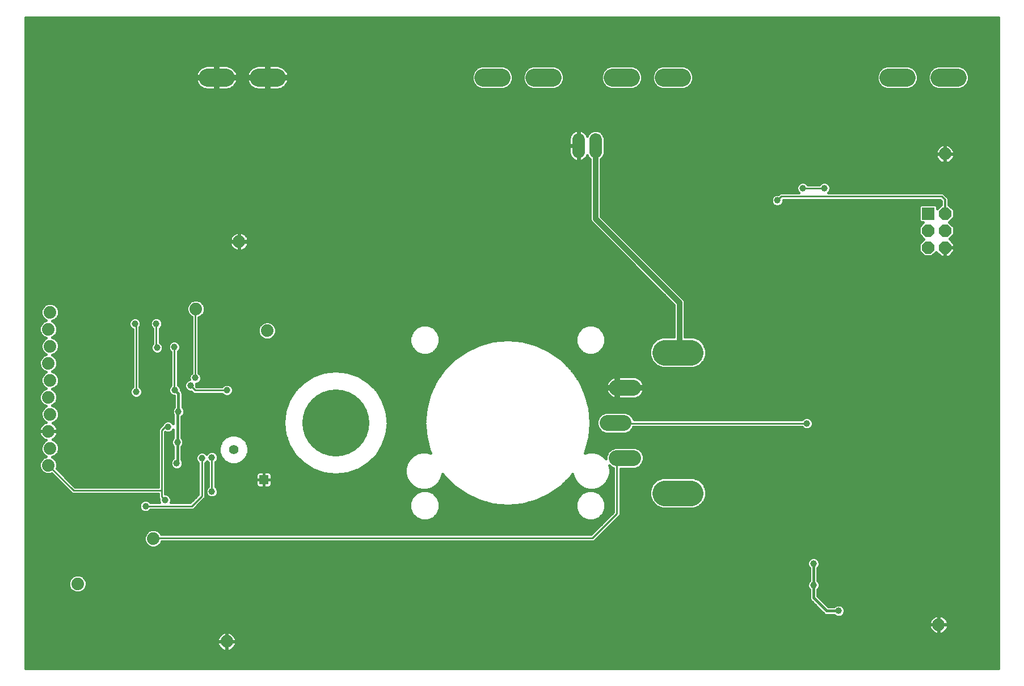
<source format=gbl>
G75*
%MOIN*%
%OFA0B0*%
%FSLAX24Y24*%
%IPPOS*%
%LPD*%
%AMOC8*
5,1,8,0,0,1.08239X$1,22.5*
%
%ADD10C,0.0740*%
%ADD11C,0.3937*%
%ADD12C,0.0945*%
%ADD13C,0.1502*%
%ADD14R,0.0740X0.0740*%
%ADD15OC8,0.0740*%
%ADD16C,0.0740*%
%ADD17C,0.1050*%
%ADD18R,0.0554X0.0554*%
%ADD19C,0.0554*%
%ADD20C,0.0160*%
%ADD21C,0.0396*%
%ADD22C,0.0100*%
%ADD23C,0.0320*%
%ADD24C,0.0240*%
%ADD25C,0.0120*%
D10*
X003790Y005713D03*
X008234Y008367D03*
X002070Y012680D03*
X002170Y013680D03*
X002070Y014680D03*
X002170Y015680D03*
X002070Y016680D03*
X002170Y017680D03*
X002070Y018680D03*
X002170Y019680D03*
X002070Y020680D03*
X002170Y021680D03*
X010734Y021869D03*
X014926Y020589D03*
X013274Y025833D03*
X012546Y002319D03*
X054377Y003309D03*
X054751Y030984D03*
D11*
X018954Y015180D03*
D12*
X034920Y015180D02*
X035865Y015180D01*
X035475Y013113D02*
X036420Y013113D01*
X036420Y017247D02*
X035475Y017247D01*
D13*
X038303Y019314D02*
X039805Y019314D01*
X039805Y011046D02*
X038303Y011046D01*
D14*
X053754Y027480D03*
D15*
X054754Y027480D03*
X054754Y026480D03*
X053754Y026480D03*
X053754Y025480D03*
X054754Y025480D03*
D16*
X034215Y031104D02*
X034215Y031844D01*
X033215Y031844D02*
X033215Y031104D01*
D17*
X031679Y035480D02*
X030629Y035480D01*
X028679Y035480D02*
X027629Y035480D01*
X035229Y035480D02*
X036279Y035480D01*
X038229Y035480D02*
X039279Y035480D01*
X051429Y035480D02*
X052479Y035480D01*
X054429Y035480D02*
X055479Y035480D01*
X015479Y035480D02*
X014429Y035480D01*
X012479Y035480D02*
X011429Y035480D01*
D18*
X014727Y011834D03*
D19*
X012956Y013605D03*
D20*
X000740Y000740D02*
X000740Y038990D01*
X057888Y038990D01*
X057888Y000740D01*
X008443Y000740D01*
X000740Y000740D01*
X000740Y000814D02*
X057888Y000814D01*
X057888Y000973D02*
X000740Y000973D01*
X000740Y001131D02*
X057888Y001131D01*
X057888Y001290D02*
X000740Y001290D01*
X000740Y001448D02*
X057888Y001448D01*
X057888Y001607D02*
X000740Y001607D01*
X000740Y001765D02*
X057888Y001765D01*
X057888Y001924D02*
X012929Y001924D01*
X012904Y001899D02*
X012966Y001960D01*
X013017Y002030D01*
X013056Y002107D01*
X013083Y002190D01*
X013096Y002275D01*
X013096Y002299D01*
X012566Y002299D01*
X012566Y002339D01*
X012526Y002339D01*
X012526Y002869D01*
X012503Y002869D01*
X012417Y002855D01*
X012335Y002828D01*
X012258Y002789D01*
X012188Y002738D01*
X012127Y002677D01*
X012076Y002607D01*
X012036Y002530D01*
X012010Y002447D01*
X011996Y002362D01*
X011996Y002339D01*
X012526Y002339D01*
X012526Y002299D01*
X011996Y002299D01*
X011996Y002275D01*
X012010Y002190D01*
X012036Y002107D01*
X012076Y002030D01*
X012127Y001960D01*
X012188Y001899D01*
X012258Y001848D01*
X012335Y001809D01*
X012417Y001782D01*
X012503Y001769D01*
X012526Y001769D01*
X012526Y002299D01*
X012566Y002299D01*
X012566Y001769D01*
X012589Y001769D01*
X012675Y001782D01*
X012757Y001809D01*
X012834Y001848D01*
X012904Y001899D01*
X013043Y002082D02*
X057888Y002082D01*
X057888Y002241D02*
X013091Y002241D01*
X013096Y002339D02*
X013096Y002362D01*
X013083Y002447D01*
X013056Y002530D01*
X013017Y002607D01*
X012966Y002677D01*
X012904Y002738D01*
X012834Y002789D01*
X012757Y002828D01*
X012675Y002855D01*
X012589Y002869D01*
X012566Y002869D01*
X012566Y002339D01*
X013096Y002339D01*
X013090Y002399D02*
X057888Y002399D01*
X057888Y002558D02*
X013042Y002558D01*
X012927Y002716D02*
X057888Y002716D01*
X057888Y002875D02*
X054714Y002875D01*
X054735Y002890D02*
X054796Y002951D01*
X054847Y003021D01*
X054887Y003098D01*
X054913Y003180D01*
X054927Y003266D01*
X054927Y003289D01*
X054397Y003289D01*
X054397Y003329D01*
X054927Y003329D01*
X054927Y003352D01*
X054913Y003438D01*
X054887Y003520D01*
X054847Y003597D01*
X054796Y003667D01*
X054735Y003729D01*
X054665Y003780D01*
X054588Y003819D01*
X054506Y003846D01*
X054420Y003859D01*
X054397Y003859D01*
X054397Y003329D01*
X054357Y003329D01*
X054357Y003289D01*
X054397Y003289D01*
X054397Y002759D01*
X054420Y002759D01*
X054506Y002773D01*
X054588Y002799D01*
X054665Y002839D01*
X054735Y002890D01*
X054853Y003033D02*
X057888Y003033D01*
X057888Y003192D02*
X054915Y003192D01*
X054927Y003350D02*
X057888Y003350D01*
X057888Y003509D02*
X054890Y003509D01*
X054797Y003667D02*
X057888Y003667D01*
X057888Y003826D02*
X054567Y003826D01*
X054397Y003826D02*
X054357Y003826D01*
X054357Y003859D02*
X054334Y003859D01*
X054248Y003846D01*
X054166Y003819D01*
X054089Y003780D01*
X054019Y003729D01*
X053957Y003667D01*
X000740Y003667D01*
X000740Y003509D02*
X053863Y003509D01*
X053867Y003520D02*
X053840Y003438D01*
X053827Y003352D01*
X053827Y003329D01*
X054357Y003329D01*
X054357Y003859D01*
X054186Y003826D02*
X048722Y003826D01*
X048710Y003813D02*
X048810Y003914D01*
X048865Y004046D01*
X048865Y004188D01*
X048810Y004320D01*
X048710Y004421D01*
X048578Y004475D01*
X048436Y004475D01*
X048304Y004421D01*
X048240Y004357D01*
X047898Y004357D01*
X047270Y004984D01*
X047270Y005366D01*
X047334Y005430D01*
X047389Y005562D01*
X047389Y005704D01*
X047334Y005836D01*
X047264Y005906D01*
X047264Y006639D01*
X047327Y006702D01*
X047382Y006834D01*
X047382Y006976D01*
X047327Y007108D01*
X047227Y007209D01*
X047095Y007263D01*
X046953Y007263D01*
X046821Y007209D01*
X046720Y007108D01*
X046666Y006976D01*
X046666Y006834D01*
X046720Y006702D01*
X046784Y006639D01*
X046784Y005893D01*
X046727Y005836D01*
X046672Y005704D01*
X046672Y005562D01*
X046727Y005430D01*
X046790Y005366D01*
X046790Y004837D01*
X046827Y004749D01*
X047662Y003914D01*
X047750Y003877D01*
X048240Y003877D01*
X048304Y003813D01*
X048436Y003759D01*
X048578Y003759D01*
X048710Y003813D01*
X048839Y003984D02*
X057888Y003984D01*
X057888Y004143D02*
X048865Y004143D01*
X048818Y004301D02*
X057888Y004301D01*
X057888Y004460D02*
X048616Y004460D01*
X048398Y004460D02*
X047795Y004460D01*
X047637Y004618D02*
X057888Y004618D01*
X057888Y004777D02*
X047478Y004777D01*
X047320Y004935D02*
X057888Y004935D01*
X057888Y005094D02*
X047270Y005094D01*
X047270Y005252D02*
X057888Y005252D01*
X057888Y005411D02*
X047315Y005411D01*
X047389Y005569D02*
X057888Y005569D01*
X057888Y005728D02*
X047379Y005728D01*
X047284Y005886D02*
X057888Y005886D01*
X057888Y006045D02*
X047264Y006045D01*
X047264Y006203D02*
X057888Y006203D01*
X057888Y006362D02*
X047264Y006362D01*
X047264Y006520D02*
X057888Y006520D01*
X057888Y006679D02*
X047304Y006679D01*
X047382Y006837D02*
X057888Y006837D01*
X057888Y006996D02*
X047374Y006996D01*
X047281Y007154D02*
X057888Y007154D01*
X057888Y007313D02*
X000740Y007313D01*
X000740Y007471D02*
X057888Y007471D01*
X057888Y007630D02*
X000740Y007630D01*
X000740Y007788D02*
X057888Y007788D01*
X057888Y007947D02*
X008562Y007947D01*
X008534Y007918D02*
X008683Y008067D01*
X008737Y008198D01*
X034125Y008198D01*
X034248Y008321D01*
X035685Y009758D01*
X035685Y012481D01*
X036546Y012481D01*
X036778Y012577D01*
X036956Y012755D01*
X037053Y012987D01*
X037053Y013239D01*
X036956Y013471D01*
X036778Y013649D01*
X036546Y013746D01*
X035349Y013746D01*
X035117Y013649D01*
X034939Y013471D01*
X034843Y013239D01*
X034843Y013051D01*
X034656Y013238D01*
X034402Y013384D01*
X034120Y013460D01*
X033828Y013460D01*
X033586Y013395D01*
X033640Y013511D01*
X033860Y014333D01*
X033934Y015180D01*
X033860Y016027D01*
X033860Y016027D01*
X033640Y016849D01*
X033280Y017620D01*
X032792Y018317D01*
X032191Y018918D01*
X032191Y018918D01*
X031494Y019406D01*
X030723Y019766D01*
X029901Y019986D01*
X029054Y020060D01*
X028207Y019986D01*
X027385Y019766D01*
X026614Y019406D01*
X025917Y018918D01*
X025316Y018317D01*
X025316Y018317D01*
X024828Y017620D01*
X024468Y016849D01*
X024248Y016027D01*
X024174Y015180D01*
X024248Y014333D01*
X024248Y014333D01*
X024468Y013511D01*
X024522Y013395D01*
X024280Y013460D01*
X023988Y013460D01*
X023706Y013384D01*
X023453Y013238D01*
X023246Y013032D01*
X023100Y012778D01*
X023024Y012496D01*
X023024Y012204D01*
X023100Y011922D01*
X023246Y011668D01*
X023453Y011462D01*
X023706Y011316D01*
X023988Y011240D01*
X024280Y011240D01*
X024562Y011316D01*
X024816Y011462D01*
X025022Y011668D01*
X025168Y011922D01*
X025233Y012162D01*
X025316Y012043D01*
X025917Y011442D01*
X025917Y011442D01*
X026614Y010954D01*
X027385Y010594D01*
X028207Y010374D01*
X029054Y010300D01*
X029054Y010300D01*
X029901Y010374D01*
X030723Y010594D01*
X031494Y010954D01*
X032191Y011442D01*
X032792Y012043D01*
X032875Y012162D01*
X032940Y011922D01*
X033086Y011668D01*
X033293Y011462D01*
X033546Y011316D01*
X033828Y011240D01*
X034120Y011240D01*
X034402Y011316D01*
X034656Y011462D01*
X034862Y011668D01*
X035008Y011922D01*
X035084Y012204D01*
X035084Y012496D01*
X035042Y012652D01*
X035117Y012577D01*
X035265Y012516D01*
X035265Y009932D01*
X033951Y008618D01*
X008703Y008618D01*
X008683Y008668D01*
X008534Y008817D01*
X008339Y008897D01*
X008128Y008897D01*
X007933Y008817D01*
X007784Y008668D01*
X007704Y008473D01*
X007704Y008262D01*
X007784Y008067D01*
X007933Y007918D01*
X008128Y007837D01*
X008339Y007837D01*
X008534Y007918D01*
X008699Y008105D02*
X057888Y008105D01*
X057888Y008264D02*
X034190Y008264D01*
X034349Y008422D02*
X057888Y008422D01*
X057888Y008581D02*
X034507Y008581D01*
X034666Y008739D02*
X057888Y008739D01*
X057888Y008898D02*
X034824Y008898D01*
X034983Y009056D02*
X057888Y009056D01*
X057888Y009215D02*
X035141Y009215D01*
X035300Y009373D02*
X057888Y009373D01*
X057888Y009532D02*
X035458Y009532D01*
X035617Y009690D02*
X057888Y009690D01*
X057888Y009849D02*
X035685Y009849D01*
X035685Y010007D02*
X057888Y010007D01*
X057888Y010166D02*
X040060Y010166D01*
X039986Y010135D02*
X040321Y010274D01*
X040578Y010530D01*
X040716Y010865D01*
X040716Y011227D01*
X040578Y011562D01*
X040321Y011819D01*
X039986Y011957D01*
X038122Y011957D01*
X037787Y011819D01*
X037530Y011562D01*
X037392Y011227D01*
X037392Y010865D01*
X037530Y010530D01*
X037787Y010274D01*
X038122Y010135D01*
X039986Y010135D01*
X040372Y010324D02*
X057888Y010324D01*
X057888Y010483D02*
X040530Y010483D01*
X040624Y010641D02*
X057888Y010641D01*
X057888Y010800D02*
X040689Y010800D01*
X040716Y010958D02*
X057888Y010958D01*
X057888Y011117D02*
X040716Y011117D01*
X040697Y011275D02*
X057888Y011275D01*
X057888Y011434D02*
X040631Y011434D01*
X040548Y011592D02*
X057888Y011592D01*
X057888Y011751D02*
X040389Y011751D01*
X040103Y011909D02*
X057888Y011909D01*
X057888Y012068D02*
X035685Y012068D01*
X035685Y012226D02*
X057888Y012226D01*
X057888Y012385D02*
X035685Y012385D01*
X035265Y012385D02*
X035084Y012385D01*
X035071Y012543D02*
X035199Y012543D01*
X035265Y012226D02*
X035084Y012226D01*
X035047Y012068D02*
X035265Y012068D01*
X035265Y011909D02*
X035001Y011909D01*
X034910Y011751D02*
X035265Y011751D01*
X035265Y011592D02*
X034786Y011592D01*
X034606Y011434D02*
X035265Y011434D01*
X035265Y011275D02*
X034251Y011275D01*
X034260Y011117D02*
X035265Y011117D01*
X035265Y010958D02*
X034512Y010958D01*
X034419Y011051D02*
X034098Y011184D01*
X033750Y011184D01*
X033429Y011051D01*
X033183Y010805D01*
X033050Y010484D01*
X033050Y010136D01*
X033183Y009815D01*
X033429Y009569D01*
X033750Y009436D01*
X034098Y009436D01*
X034419Y009569D01*
X034665Y009815D01*
X034798Y010136D01*
X034798Y010484D01*
X034665Y010805D01*
X034419Y011051D01*
X034667Y010800D02*
X035265Y010800D01*
X035265Y010641D02*
X034733Y010641D01*
X034798Y010483D02*
X035265Y010483D01*
X035265Y010324D02*
X034798Y010324D01*
X034798Y010166D02*
X035265Y010166D01*
X035265Y010007D02*
X034744Y010007D01*
X034679Y009849D02*
X035181Y009849D01*
X035023Y009690D02*
X034540Y009690D01*
X034328Y009532D02*
X034864Y009532D01*
X034706Y009373D02*
X000740Y009373D01*
X000740Y009215D02*
X034547Y009215D01*
X034389Y009056D02*
X000740Y009056D01*
X000740Y008898D02*
X034230Y008898D01*
X034072Y008739D02*
X008611Y008739D01*
X007856Y008739D02*
X000740Y008739D01*
X000740Y008581D02*
X007748Y008581D01*
X007704Y008422D02*
X000740Y008422D01*
X000740Y008264D02*
X007704Y008264D01*
X007769Y008105D02*
X000740Y008105D01*
X000740Y007947D02*
X007905Y007947D01*
X007850Y009920D02*
X007981Y009975D01*
X008075Y010068D01*
X010582Y010068D01*
X011172Y010659D01*
X011296Y010782D01*
X011296Y012797D01*
X011389Y012891D01*
X011396Y012907D01*
X011466Y012836D01*
X011466Y011441D01*
X011372Y011347D01*
X011318Y011216D01*
X011318Y011073D01*
X011372Y010942D01*
X011473Y010841D01*
X011605Y010786D01*
X011747Y010786D01*
X011879Y010841D01*
X011980Y010942D01*
X012034Y011073D01*
X012034Y011216D01*
X011980Y011347D01*
X011886Y011441D01*
X011886Y012836D01*
X011980Y012930D01*
X012034Y013062D01*
X012034Y013204D01*
X011980Y013336D01*
X011879Y013436D01*
X011747Y013491D01*
X011605Y013491D01*
X011473Y013436D01*
X011372Y013336D01*
X011366Y013320D01*
X011288Y013397D01*
X011157Y013451D01*
X011014Y013451D01*
X010883Y013397D01*
X010782Y013296D01*
X010727Y013165D01*
X010727Y013022D01*
X010782Y012891D01*
X010876Y012797D01*
X010876Y010956D01*
X010408Y010488D01*
X009248Y010488D01*
X009278Y010562D01*
X009278Y010704D01*
X009224Y010836D01*
X009123Y010936D01*
X008991Y010991D01*
X008933Y010991D01*
X008933Y014624D01*
X009026Y014586D01*
X009169Y014586D01*
X009300Y014640D01*
X009401Y014741D01*
X009409Y014759D01*
X009409Y014305D01*
X009345Y014241D01*
X009290Y014110D01*
X009290Y013967D01*
X009345Y013835D01*
X009409Y013772D01*
X009409Y013103D01*
X009406Y013102D01*
X009306Y013001D01*
X009251Y012869D01*
X009251Y012727D01*
X009306Y012595D01*
X009406Y012495D01*
X009538Y012440D01*
X009680Y012440D01*
X009812Y012495D01*
X009913Y012595D01*
X009967Y012727D01*
X009967Y012869D01*
X009913Y013001D01*
X009889Y013025D01*
X009889Y013772D01*
X009952Y013835D01*
X010007Y013967D01*
X010007Y014110D01*
X009952Y014241D01*
X009889Y014305D01*
X009889Y015517D01*
X009910Y015526D01*
X010011Y015627D01*
X010066Y015758D01*
X010066Y015901D01*
X010011Y016032D01*
X009948Y016096D01*
X009948Y016940D01*
X009911Y017029D01*
X009849Y017090D01*
X009849Y017180D01*
X009795Y017312D01*
X009694Y017413D01*
X009681Y017418D01*
X009681Y019332D01*
X009775Y019426D01*
X009829Y019558D01*
X009829Y019700D01*
X009775Y019832D01*
X009674Y019932D01*
X009543Y019987D01*
X009400Y019987D01*
X009268Y019932D01*
X009168Y019832D01*
X009113Y019700D01*
X009113Y019558D01*
X009168Y019426D01*
X009261Y019332D01*
X009261Y017386D01*
X009187Y017312D01*
X009133Y017180D01*
X009133Y017038D01*
X009187Y016906D01*
X009288Y016806D01*
X009420Y016751D01*
X009468Y016751D01*
X009468Y016096D01*
X009404Y016032D01*
X009349Y015901D01*
X009349Y015758D01*
X009404Y015627D01*
X009409Y015622D01*
X009409Y015128D01*
X009401Y015147D01*
X009300Y015247D01*
X009169Y015302D01*
X009026Y015302D01*
X008894Y015247D01*
X008794Y015147D01*
X008757Y015058D01*
X008636Y014937D01*
X008513Y014814D01*
X008513Y011414D01*
X003634Y011414D01*
X002563Y012484D01*
X002600Y012575D01*
X002600Y012785D01*
X002519Y012980D01*
X002370Y013129D01*
X002298Y013159D01*
X002470Y013231D01*
X002619Y013380D01*
X002700Y013575D01*
X002700Y013785D01*
X002619Y013980D01*
X002470Y014129D01*
X002322Y014191D01*
X002358Y014210D01*
X002428Y014260D01*
X002490Y014322D01*
X002541Y014392D01*
X002580Y014469D01*
X002607Y014551D01*
X002620Y014637D01*
X002620Y014660D01*
X002090Y014660D01*
X002090Y014700D01*
X002620Y014700D01*
X002620Y014723D01*
X002607Y014809D01*
X002580Y014891D01*
X002541Y014968D01*
X002490Y015038D01*
X002428Y015100D01*
X002358Y015150D01*
X002322Y015169D01*
X002470Y015231D01*
X002619Y015380D01*
X002700Y015575D01*
X002700Y015785D01*
X002619Y015980D01*
X002470Y016129D01*
X002298Y016201D01*
X002370Y016231D01*
X002519Y016380D01*
X002600Y016575D01*
X002600Y016785D01*
X002519Y016980D01*
X002370Y017129D01*
X002298Y017159D01*
X002470Y017231D01*
X002619Y017380D01*
X002700Y017575D01*
X002700Y017785D01*
X002619Y017980D01*
X002470Y018129D01*
X002298Y018201D01*
X002370Y018231D01*
X002519Y018380D01*
X002600Y018575D01*
X002600Y018785D01*
X002519Y018980D01*
X002370Y019129D01*
X002298Y019159D01*
X002470Y019231D01*
X002619Y019380D01*
X002700Y019575D01*
X002700Y019785D01*
X002619Y019980D01*
X002470Y020129D01*
X002298Y020201D01*
X002370Y020231D01*
X002519Y020380D01*
X002600Y020575D01*
X002600Y020785D01*
X006864Y020785D01*
X006845Y020804D02*
X006946Y020703D01*
X007017Y020674D01*
X007017Y017287D01*
X006924Y017194D01*
X006869Y017062D01*
X006869Y016920D01*
X006924Y016788D01*
X007024Y016687D01*
X007156Y016633D01*
X007298Y016633D01*
X007430Y016687D01*
X007531Y016788D01*
X007585Y016920D01*
X007585Y017062D01*
X007531Y017194D01*
X007437Y017287D01*
X007437Y020789D01*
X007452Y020804D01*
X007507Y020936D01*
X007507Y021078D01*
X007452Y021210D01*
X007351Y021310D01*
X007220Y021365D01*
X007077Y021365D01*
X006946Y021310D01*
X006845Y021210D01*
X006790Y021078D01*
X006790Y020936D01*
X006845Y020804D01*
X006790Y020944D02*
X002535Y020944D01*
X002519Y020980D02*
X002370Y021129D01*
X002298Y021159D01*
X002470Y021231D01*
X002619Y021380D01*
X002700Y021575D01*
X002700Y021785D01*
X002619Y021980D01*
X002470Y022129D01*
X002276Y022210D01*
X002065Y022210D01*
X001870Y022129D01*
X001721Y021980D01*
X001640Y021785D01*
X001640Y021575D01*
X001721Y021380D01*
X001870Y021231D01*
X001942Y021201D01*
X001770Y021129D01*
X001621Y020980D01*
X001540Y020785D01*
X000740Y020785D01*
X000740Y020627D02*
X001540Y020627D01*
X001540Y020575D02*
X001621Y020380D01*
X001770Y020231D01*
X001942Y020159D01*
X001870Y020129D01*
X001721Y019980D01*
X001640Y019785D01*
X001640Y019575D01*
X001721Y019380D01*
X001870Y019231D01*
X001942Y019201D01*
X001770Y019129D01*
X001621Y018980D01*
X001540Y018785D01*
X001540Y018575D01*
X001621Y018380D01*
X001770Y018231D01*
X001942Y018159D01*
X001870Y018129D01*
X001721Y017980D01*
X001640Y017785D01*
X001640Y017575D01*
X001721Y017380D01*
X001870Y017231D01*
X001942Y017201D01*
X001770Y017129D01*
X001621Y016980D01*
X001540Y016785D01*
X001540Y016575D01*
X001621Y016380D01*
X001770Y016231D01*
X001942Y016159D01*
X001870Y016129D01*
X001721Y015980D01*
X001640Y015785D01*
X001640Y015575D01*
X001721Y015380D01*
X001870Y015231D01*
X001921Y015210D01*
X001859Y015190D01*
X001782Y015150D01*
X001712Y015100D01*
X001651Y015038D01*
X001600Y014968D01*
X001560Y014891D01*
X001534Y014809D01*
X001520Y014723D01*
X001520Y014700D01*
X002050Y014700D01*
X002050Y014660D01*
X001520Y014660D01*
X001520Y014637D01*
X001534Y014551D01*
X001560Y014469D01*
X001600Y014392D01*
X001651Y014322D01*
X001712Y014260D01*
X001782Y014210D01*
X001859Y014170D01*
X001921Y014150D01*
X001870Y014129D01*
X001721Y013980D01*
X001640Y013785D01*
X001640Y013575D01*
X001721Y013380D01*
X001870Y013231D01*
X001942Y013201D01*
X001770Y013129D01*
X001621Y012980D01*
X001540Y012785D01*
X001540Y012575D01*
X001621Y012380D01*
X001770Y012231D01*
X001965Y012150D01*
X002176Y012150D01*
X002266Y012187D01*
X003337Y011117D01*
X003460Y010994D01*
X008513Y010994D01*
X008513Y010743D01*
X008562Y010694D01*
X008562Y010562D01*
X008592Y010488D01*
X008075Y010488D01*
X007981Y010582D01*
X007850Y010637D01*
X007707Y010637D01*
X007576Y010582D01*
X007475Y010481D01*
X007420Y010350D01*
X007420Y010207D01*
X007475Y010076D01*
X007576Y009975D01*
X007707Y009920D01*
X007850Y009920D01*
X008013Y010007D02*
X023364Y010007D01*
X023310Y010136D02*
X023443Y009815D01*
X023689Y009569D01*
X024010Y009436D01*
X024358Y009436D01*
X024679Y009569D01*
X024925Y009815D01*
X025058Y010136D01*
X025058Y010484D01*
X024925Y010805D01*
X024679Y011051D01*
X024358Y011184D01*
X024010Y011184D01*
X023689Y011051D01*
X023443Y010805D01*
X023310Y010484D01*
X023310Y010136D01*
X023310Y010166D02*
X010679Y010166D01*
X010838Y010324D02*
X023310Y010324D01*
X023310Y010483D02*
X010996Y010483D01*
X011155Y010641D02*
X023375Y010641D01*
X023441Y010800D02*
X011779Y010800D01*
X011573Y010800D02*
X011296Y010800D01*
X011296Y010958D02*
X011366Y010958D01*
X011318Y011117D02*
X011296Y011117D01*
X011296Y011275D02*
X011342Y011275D01*
X011296Y011434D02*
X011459Y011434D01*
X011466Y011592D02*
X011296Y011592D01*
X011296Y011751D02*
X011466Y011751D01*
X011466Y011909D02*
X011296Y011909D01*
X011296Y012068D02*
X011466Y012068D01*
X011466Y012226D02*
X011296Y012226D01*
X011296Y012385D02*
X011466Y012385D01*
X011466Y012543D02*
X011296Y012543D01*
X011296Y012702D02*
X011466Y012702D01*
X011442Y012860D02*
X011359Y012860D01*
X011350Y013336D02*
X011372Y013336D01*
X010821Y013336D02*
X009889Y013336D01*
X009889Y013494D02*
X012098Y013494D01*
X012098Y013435D02*
X012229Y013120D01*
X012470Y012879D01*
X012785Y012748D01*
X013126Y012748D01*
X013441Y012879D01*
X013682Y013120D01*
X013813Y013435D01*
X013813Y013776D01*
X013682Y014091D01*
X013441Y014332D01*
X013126Y014462D01*
X012785Y014462D01*
X012470Y014332D01*
X012229Y014091D01*
X012098Y013776D01*
X012098Y013435D01*
X012140Y013336D02*
X011980Y013336D01*
X012034Y013177D02*
X012205Y013177D01*
X012330Y013019D02*
X012016Y013019D01*
X011910Y012860D02*
X012515Y012860D01*
X011886Y012702D02*
X017187Y012702D01*
X017048Y012789D02*
X017627Y012425D01*
X017627Y012425D01*
X018274Y012199D01*
X018954Y012122D01*
X019634Y012199D01*
X019634Y012199D01*
X020281Y012425D01*
X020860Y012789D01*
X020860Y012789D01*
X021345Y013274D01*
X021709Y013853D01*
X021709Y013853D01*
X021935Y014500D01*
X022012Y015180D01*
X021935Y015860D01*
X021935Y015860D01*
X021709Y016507D01*
X021345Y017086D01*
X021345Y017086D01*
X020860Y017571D01*
X020281Y017935D01*
X020281Y017935D01*
X019634Y018161D01*
X018954Y018238D01*
X018274Y018161D01*
X017627Y017935D01*
X017048Y017571D01*
X016563Y017086D01*
X016199Y016507D01*
X015973Y015860D01*
X015896Y015180D01*
X015973Y014500D01*
X015973Y014500D01*
X016199Y013853D01*
X016563Y013274D01*
X017048Y012789D01*
X017048Y012789D01*
X016977Y012860D02*
X013396Y012860D01*
X013581Y013019D02*
X016818Y013019D01*
X016660Y013177D02*
X013706Y013177D01*
X013772Y013336D02*
X016524Y013336D01*
X016563Y013274D02*
X016563Y013274D01*
X016425Y013494D02*
X013813Y013494D01*
X013813Y013653D02*
X016325Y013653D01*
X016226Y013811D02*
X013798Y013811D01*
X013732Y013970D02*
X016158Y013970D01*
X016199Y013853D02*
X016199Y013853D01*
X016103Y014128D02*
X013645Y014128D01*
X013486Y014287D02*
X016047Y014287D01*
X015992Y014445D02*
X013168Y014445D01*
X012743Y014445D02*
X009889Y014445D01*
X009889Y014604D02*
X015961Y014604D01*
X015943Y014762D02*
X009889Y014762D01*
X009889Y014921D02*
X015925Y014921D01*
X015908Y015079D02*
X009889Y015079D01*
X009889Y015238D02*
X015903Y015238D01*
X015896Y015180D02*
X015896Y015180D01*
X015921Y015396D02*
X009889Y015396D01*
X009939Y015555D02*
X015938Y015555D01*
X015956Y015713D02*
X010047Y015713D01*
X010066Y015872D02*
X015977Y015872D01*
X015973Y015860D02*
X015973Y015860D01*
X016032Y016030D02*
X010012Y016030D01*
X009948Y016189D02*
X016088Y016189D01*
X016143Y016347D02*
X009948Y016347D01*
X009948Y016506D02*
X016199Y016506D01*
X016199Y016507D02*
X016199Y016507D01*
X016298Y016664D02*
X009948Y016664D01*
X009948Y016823D02*
X012322Y016823D01*
X012359Y016786D02*
X012491Y016731D01*
X012633Y016731D01*
X012765Y016786D01*
X012865Y016887D01*
X012920Y017018D01*
X012920Y017161D01*
X012865Y017292D01*
X012765Y017393D01*
X012633Y017448D01*
X012491Y017448D01*
X012359Y017393D01*
X012265Y017299D01*
X010779Y017299D01*
X010774Y017304D01*
X010774Y017436D01*
X010764Y017460D01*
X010895Y017514D01*
X010995Y017615D01*
X011050Y017747D01*
X011050Y017889D01*
X010995Y018021D01*
X010902Y018114D01*
X010902Y021365D01*
X011034Y021420D01*
X011183Y021569D01*
X011264Y021764D01*
X011264Y021974D01*
X011183Y022169D01*
X011034Y022318D01*
X010839Y022399D01*
X010628Y022399D01*
X010433Y022318D01*
X010284Y022169D01*
X010204Y021974D01*
X010204Y021764D01*
X010284Y021569D01*
X010433Y021420D01*
X010482Y021400D01*
X010482Y018114D01*
X010388Y018021D01*
X010334Y017889D01*
X010334Y017747D01*
X010344Y017723D01*
X010213Y017669D01*
X010113Y017568D01*
X010058Y017436D01*
X010058Y017294D01*
X010113Y017162D01*
X010213Y017061D01*
X010345Y017007D01*
X010477Y017007D01*
X010605Y016879D01*
X012265Y016879D01*
X012359Y016786D01*
X012801Y016823D02*
X016398Y016823D01*
X016497Y016981D02*
X012905Y016981D01*
X012920Y017140D02*
X016616Y017140D01*
X016775Y017298D02*
X012860Y017298D01*
X011050Y017774D02*
X017370Y017774D01*
X017118Y017615D02*
X010995Y017615D01*
X010766Y017457D02*
X016933Y017457D01*
X017048Y017571D02*
X017048Y017571D01*
X017623Y017932D02*
X011032Y017932D01*
X010926Y018091D02*
X018072Y018091D01*
X018954Y018238D02*
X018954Y018238D01*
X019634Y018161D02*
X019634Y018161D01*
X019836Y018091D02*
X025157Y018091D01*
X025268Y018249D02*
X010902Y018249D01*
X010902Y018408D02*
X025406Y018408D01*
X025565Y018566D02*
X010902Y018566D01*
X010902Y018725D02*
X025723Y018725D01*
X025882Y018883D02*
X010902Y018883D01*
X010902Y019042D02*
X026093Y019042D01*
X025917Y018918D02*
X025917Y018918D01*
X026320Y019200D02*
X024415Y019200D01*
X024358Y019176D02*
X024679Y019309D01*
X024925Y019555D01*
X025058Y019876D01*
X025058Y020224D01*
X024925Y020545D01*
X024679Y020791D01*
X024358Y020924D01*
X024010Y020924D01*
X023689Y020791D01*
X023443Y020545D01*
X023310Y020224D01*
X023310Y019876D01*
X023443Y019555D01*
X023689Y019309D01*
X024010Y019176D01*
X024358Y019176D01*
X023953Y019200D02*
X010902Y019200D01*
X010902Y019359D02*
X023640Y019359D01*
X023481Y019517D02*
X010902Y019517D01*
X010902Y019676D02*
X023393Y019676D01*
X023328Y019834D02*
X010902Y019834D01*
X010902Y019993D02*
X023310Y019993D01*
X023310Y020151D02*
X015238Y020151D01*
X015227Y020139D02*
X015376Y020288D01*
X015456Y020483D01*
X015456Y020694D01*
X015376Y020889D01*
X015227Y021038D01*
X015032Y021119D01*
X014821Y021119D01*
X014626Y021038D01*
X014477Y020889D01*
X014396Y020694D01*
X014396Y020483D01*
X014477Y020288D01*
X014626Y020139D01*
X014821Y020059D01*
X015032Y020059D01*
X015227Y020139D01*
X015385Y020310D02*
X023346Y020310D01*
X023411Y020468D02*
X015450Y020468D01*
X015456Y020627D02*
X023525Y020627D01*
X023683Y020785D02*
X015419Y020785D01*
X015321Y020944D02*
X038836Y020944D01*
X038836Y021102D02*
X015072Y021102D01*
X014781Y021102D02*
X010902Y021102D01*
X010902Y020944D02*
X014532Y020944D01*
X014434Y020785D02*
X010902Y020785D01*
X010902Y020627D02*
X014396Y020627D01*
X014403Y020468D02*
X010902Y020468D01*
X010902Y020310D02*
X014468Y020310D01*
X014615Y020151D02*
X010902Y020151D01*
X010482Y020151D02*
X008618Y020151D01*
X008618Y019993D02*
X010482Y019993D01*
X010482Y019834D02*
X009773Y019834D01*
X009829Y019676D02*
X010482Y019676D01*
X010482Y019517D02*
X009813Y019517D01*
X009707Y019359D02*
X010482Y019359D01*
X010482Y019200D02*
X009681Y019200D01*
X009681Y019042D02*
X010482Y019042D01*
X010482Y018883D02*
X009681Y018883D01*
X009681Y018725D02*
X010482Y018725D01*
X010482Y018566D02*
X009681Y018566D01*
X009681Y018408D02*
X010482Y018408D01*
X010482Y018249D02*
X009681Y018249D01*
X009681Y018091D02*
X010458Y018091D01*
X010352Y017932D02*
X009681Y017932D01*
X009681Y017774D02*
X010334Y017774D01*
X010160Y017615D02*
X009681Y017615D01*
X009681Y017457D02*
X010067Y017457D01*
X010058Y017298D02*
X009800Y017298D01*
X009849Y017140D02*
X010135Y017140D01*
X009931Y016981D02*
X010503Y016981D01*
X009708Y016893D02*
X009491Y017109D01*
X009708Y016893D02*
X009708Y015830D01*
X009649Y015771D01*
X009649Y014038D01*
X009649Y012837D01*
X009895Y013019D02*
X010729Y013019D01*
X010733Y013177D02*
X009889Y013177D01*
X009967Y012860D02*
X010812Y012860D01*
X010876Y012702D02*
X009957Y012702D01*
X009860Y012543D02*
X010876Y012543D01*
X010876Y012385D02*
X008933Y012385D01*
X008933Y012543D02*
X009358Y012543D01*
X009262Y012702D02*
X008933Y012702D01*
X008933Y012860D02*
X009251Y012860D01*
X009323Y013019D02*
X008933Y013019D01*
X008933Y013177D02*
X009409Y013177D01*
X009409Y013336D02*
X008933Y013336D01*
X008933Y013494D02*
X009409Y013494D01*
X009409Y013653D02*
X008933Y013653D01*
X008933Y013811D02*
X009369Y013811D01*
X009290Y013970D02*
X008933Y013970D01*
X008933Y014128D02*
X009298Y014128D01*
X009390Y014287D02*
X008933Y014287D01*
X008933Y014445D02*
X009409Y014445D01*
X009409Y014604D02*
X009212Y014604D01*
X008983Y014604D02*
X008933Y014604D01*
X008513Y014604D02*
X002615Y014604D01*
X002614Y014762D02*
X008513Y014762D01*
X008620Y014921D02*
X002565Y014921D01*
X002449Y015079D02*
X008766Y015079D01*
X008885Y015238D02*
X002477Y015238D01*
X002626Y015396D02*
X009409Y015396D01*
X009409Y015238D02*
X009310Y015238D01*
X009409Y015555D02*
X002692Y015555D01*
X002700Y015713D02*
X009368Y015713D01*
X009349Y015872D02*
X002664Y015872D01*
X002570Y016030D02*
X009403Y016030D01*
X009468Y016189D02*
X002327Y016189D01*
X002487Y016347D02*
X009468Y016347D01*
X009468Y016506D02*
X002572Y016506D01*
X002600Y016664D02*
X007081Y016664D01*
X006909Y016823D02*
X002585Y016823D01*
X002519Y016981D02*
X006869Y016981D01*
X006901Y017140D02*
X002346Y017140D01*
X002538Y017298D02*
X007017Y017298D01*
X007017Y017457D02*
X002651Y017457D01*
X002700Y017615D02*
X007017Y017615D01*
X007017Y017774D02*
X002700Y017774D01*
X002639Y017932D02*
X007017Y017932D01*
X007017Y018091D02*
X002509Y018091D01*
X002389Y018249D02*
X007017Y018249D01*
X007017Y018408D02*
X002531Y018408D01*
X002597Y018566D02*
X007017Y018566D01*
X007017Y018725D02*
X002600Y018725D01*
X002560Y018883D02*
X007017Y018883D01*
X007017Y019042D02*
X002458Y019042D01*
X002396Y019200D02*
X007017Y019200D01*
X007017Y019359D02*
X002598Y019359D01*
X002676Y019517D02*
X007017Y019517D01*
X007017Y019676D02*
X002700Y019676D01*
X002680Y019834D02*
X007017Y019834D01*
X007017Y019993D02*
X002607Y019993D01*
X002418Y020151D02*
X007017Y020151D01*
X007017Y020310D02*
X002449Y020310D01*
X002556Y020468D02*
X007017Y020468D01*
X007017Y020627D02*
X002600Y020627D01*
X002600Y020785D02*
X002519Y020980D01*
X002398Y021102D02*
X006800Y021102D01*
X006896Y021261D02*
X002500Y021261D01*
X002636Y021419D02*
X010435Y021419D01*
X010482Y021261D02*
X008661Y021261D01*
X008611Y021310D02*
X008480Y021365D01*
X008337Y021365D01*
X008205Y021310D01*
X008105Y021210D01*
X008050Y021078D01*
X008050Y020936D01*
X008105Y020804D01*
X008198Y020710D01*
X008198Y019850D01*
X008192Y019840D01*
X008144Y019792D01*
X008090Y019661D01*
X008090Y019518D01*
X008144Y019387D01*
X008245Y019286D01*
X008376Y019231D01*
X008519Y019231D01*
X008651Y019286D01*
X008751Y019387D01*
X008806Y019518D01*
X008806Y019661D01*
X008751Y019792D01*
X008651Y019893D01*
X008618Y019906D01*
X008618Y020710D01*
X008712Y020804D01*
X008766Y020936D01*
X008766Y021078D01*
X008712Y021210D01*
X008611Y021310D01*
X008757Y021102D02*
X010482Y021102D01*
X010482Y020944D02*
X008766Y020944D01*
X008693Y020785D02*
X010482Y020785D01*
X010482Y020627D02*
X008618Y020627D01*
X008618Y020468D02*
X010482Y020468D01*
X010482Y020310D02*
X008618Y020310D01*
X008198Y020310D02*
X007437Y020310D01*
X007437Y020468D02*
X008198Y020468D01*
X008198Y020627D02*
X007437Y020627D01*
X007437Y020785D02*
X008124Y020785D01*
X008050Y020944D02*
X007507Y020944D01*
X007497Y021102D02*
X008060Y021102D01*
X008156Y021261D02*
X007401Y021261D01*
X007437Y020151D02*
X008198Y020151D01*
X008198Y019993D02*
X007437Y019993D01*
X007437Y019834D02*
X008186Y019834D01*
X008096Y019676D02*
X007437Y019676D01*
X007437Y019517D02*
X008090Y019517D01*
X008172Y019359D02*
X007437Y019359D01*
X007437Y019200D02*
X009261Y019200D01*
X009261Y019042D02*
X007437Y019042D01*
X007437Y018883D02*
X009261Y018883D01*
X009261Y018725D02*
X007437Y018725D01*
X007437Y018566D02*
X009261Y018566D01*
X009261Y018408D02*
X007437Y018408D01*
X007437Y018249D02*
X009261Y018249D01*
X009261Y018091D02*
X007437Y018091D01*
X007437Y017932D02*
X009261Y017932D01*
X009261Y017774D02*
X007437Y017774D01*
X007437Y017615D02*
X009261Y017615D01*
X009261Y017457D02*
X007437Y017457D01*
X007437Y017298D02*
X009182Y017298D01*
X009133Y017140D02*
X007553Y017140D01*
X007585Y016981D02*
X009156Y016981D01*
X009271Y016823D02*
X007545Y016823D01*
X007374Y016664D02*
X009468Y016664D01*
X008513Y014445D02*
X002568Y014445D01*
X002454Y014287D02*
X008513Y014287D01*
X008513Y014128D02*
X002472Y014128D01*
X002624Y013970D02*
X008513Y013970D01*
X008513Y013811D02*
X002690Y013811D01*
X002700Y013653D02*
X008513Y013653D01*
X008513Y013494D02*
X002667Y013494D01*
X002575Y013336D02*
X008513Y013336D01*
X008513Y013177D02*
X002341Y013177D01*
X002481Y013019D02*
X008513Y013019D01*
X008513Y012860D02*
X002569Y012860D01*
X002600Y012702D02*
X008513Y012702D01*
X008513Y012543D02*
X002587Y012543D01*
X002663Y012385D02*
X008513Y012385D01*
X008513Y012226D02*
X002821Y012226D01*
X002980Y012068D02*
X008513Y012068D01*
X008513Y011909D02*
X003138Y011909D01*
X003297Y011751D02*
X008513Y011751D01*
X008513Y011592D02*
X003455Y011592D01*
X003614Y011434D02*
X008513Y011434D01*
X008933Y011434D02*
X010876Y011434D01*
X010876Y011592D02*
X008933Y011592D01*
X008933Y011751D02*
X010876Y011751D01*
X010876Y011909D02*
X008933Y011909D01*
X008933Y012068D02*
X010876Y012068D01*
X010876Y012226D02*
X008933Y012226D01*
X008933Y011275D02*
X010876Y011275D01*
X010876Y011117D02*
X008933Y011117D01*
X009071Y010958D02*
X010876Y010958D01*
X010719Y010800D02*
X009239Y010800D01*
X009278Y010641D02*
X010561Y010641D01*
X011986Y010958D02*
X023596Y010958D01*
X023848Y011117D02*
X012034Y011117D01*
X012010Y011275D02*
X023857Y011275D01*
X023502Y011434D02*
X015136Y011434D01*
X015148Y011446D02*
X015172Y011487D01*
X015184Y011533D01*
X015184Y011825D01*
X014736Y011825D01*
X014736Y011842D01*
X015184Y011842D01*
X015184Y012134D01*
X015172Y012180D01*
X015148Y012221D01*
X015115Y012255D01*
X015074Y012278D01*
X015028Y012291D01*
X014736Y012291D01*
X014736Y011842D01*
X014719Y011842D01*
X014719Y012291D01*
X014426Y012291D01*
X014381Y012278D01*
X014340Y012255D01*
X014306Y012221D01*
X014282Y012180D01*
X014270Y012134D01*
X014270Y011842D01*
X014719Y011842D01*
X014719Y011825D01*
X014736Y011825D01*
X014736Y011376D01*
X015028Y011376D01*
X015074Y011389D01*
X015115Y011412D01*
X015148Y011446D01*
X015184Y011592D02*
X023322Y011592D01*
X023198Y011751D02*
X015184Y011751D01*
X015184Y011909D02*
X023107Y011909D01*
X023061Y012068D02*
X015184Y012068D01*
X015144Y012226D02*
X018196Y012226D01*
X018274Y012199D02*
X018274Y012199D01*
X017743Y012385D02*
X011886Y012385D01*
X011886Y012543D02*
X017440Y012543D01*
X018954Y012122D02*
X018954Y012122D01*
X019712Y012226D02*
X023024Y012226D01*
X023024Y012385D02*
X020165Y012385D01*
X020281Y012425D02*
X020281Y012425D01*
X020468Y012543D02*
X023037Y012543D01*
X023079Y012702D02*
X020721Y012702D01*
X020931Y012860D02*
X023147Y012860D01*
X023238Y013019D02*
X021090Y013019D01*
X021248Y013177D02*
X023391Y013177D01*
X023621Y013336D02*
X021384Y013336D01*
X021345Y013274D02*
X021345Y013274D01*
X021483Y013494D02*
X024476Y013494D01*
X024468Y013511D02*
X024468Y013511D01*
X024430Y013653D02*
X021583Y013653D01*
X021682Y013811D02*
X024388Y013811D01*
X024345Y013970D02*
X021750Y013970D01*
X021805Y014128D02*
X024303Y014128D01*
X024260Y014287D02*
X021861Y014287D01*
X021916Y014445D02*
X024238Y014445D01*
X024224Y014604D02*
X021947Y014604D01*
X021935Y014500D02*
X021935Y014500D01*
X021965Y014762D02*
X024211Y014762D01*
X024197Y014921D02*
X021983Y014921D01*
X022000Y015079D02*
X024183Y015079D01*
X024174Y015180D02*
X024174Y015180D01*
X024179Y015238D02*
X022005Y015238D01*
X021987Y015396D02*
X024193Y015396D01*
X024207Y015555D02*
X021970Y015555D01*
X021952Y015713D02*
X024221Y015713D01*
X024235Y015872D02*
X021931Y015872D01*
X021876Y016030D02*
X024249Y016030D01*
X024248Y016027D02*
X024248Y016027D01*
X024291Y016189D02*
X021820Y016189D01*
X021765Y016347D02*
X024334Y016347D01*
X024376Y016506D02*
X021709Y016506D01*
X021709Y016507D02*
X021709Y016507D01*
X021610Y016664D02*
X024419Y016664D01*
X024461Y016823D02*
X021511Y016823D01*
X021411Y016981D02*
X024530Y016981D01*
X024468Y016849D02*
X024468Y016849D01*
X024604Y017140D02*
X021292Y017140D01*
X021345Y017086D02*
X021345Y017086D01*
X021133Y017298D02*
X024678Y017298D01*
X024752Y017457D02*
X020975Y017457D01*
X020860Y017571D02*
X020860Y017571D01*
X020790Y017615D02*
X024825Y017615D01*
X024828Y017620D02*
X024828Y017620D01*
X024935Y017774D02*
X020538Y017774D01*
X020285Y017932D02*
X025046Y017932D01*
X024728Y019359D02*
X026546Y019359D01*
X026614Y019406D02*
X026614Y019406D01*
X026852Y019517D02*
X024887Y019517D01*
X024975Y019676D02*
X027192Y019676D01*
X027640Y019834D02*
X025040Y019834D01*
X025058Y019993D02*
X028283Y019993D01*
X029825Y019993D02*
X033050Y019993D01*
X033050Y019876D02*
X033183Y019555D01*
X033429Y019309D01*
X033750Y019176D01*
X034098Y019176D01*
X034419Y019309D01*
X034665Y019555D01*
X034798Y019876D01*
X034798Y020224D01*
X034665Y020545D01*
X034419Y020791D01*
X034098Y020924D01*
X033750Y020924D01*
X033429Y020791D01*
X033183Y020545D01*
X033050Y020224D01*
X033050Y019876D01*
X033068Y019834D02*
X030468Y019834D01*
X030916Y019676D02*
X033133Y019676D01*
X033221Y019517D02*
X031256Y019517D01*
X031562Y019359D02*
X033380Y019359D01*
X033693Y019200D02*
X031788Y019200D01*
X032015Y019042D02*
X037429Y019042D01*
X037392Y019133D02*
X037530Y018798D01*
X037787Y018541D01*
X038122Y018403D01*
X039986Y018403D01*
X040321Y018541D01*
X040578Y018798D01*
X040716Y019133D01*
X040716Y019495D01*
X040578Y019830D01*
X040321Y020086D01*
X039986Y020225D01*
X039476Y020225D01*
X039476Y022291D01*
X039428Y022409D01*
X039338Y022499D01*
X034535Y027301D01*
X034535Y030674D01*
X034665Y030803D01*
X034745Y030998D01*
X034745Y031949D01*
X034665Y032144D01*
X034516Y032293D01*
X034321Y032374D01*
X034110Y032374D01*
X033915Y032293D01*
X033766Y032144D01*
X033727Y032049D01*
X033725Y032055D01*
X033686Y032132D01*
X033635Y032202D01*
X033574Y032263D01*
X033504Y032314D01*
X033427Y032353D01*
X033344Y032380D01*
X033259Y032394D01*
X033245Y032394D01*
X033245Y031504D01*
X033185Y031504D01*
X033185Y031444D01*
X032665Y031444D01*
X032665Y031060D01*
X032679Y030975D01*
X032706Y030893D01*
X032745Y030815D01*
X032796Y030745D01*
X032857Y030684D01*
X032927Y030633D01*
X033004Y030594D01*
X033087Y030567D01*
X033172Y030554D01*
X033185Y030554D01*
X033185Y031444D01*
X033245Y031444D01*
X033245Y030554D01*
X033259Y030554D01*
X033344Y030567D01*
X033427Y030594D01*
X033504Y030633D01*
X033574Y030684D01*
X033635Y030745D01*
X033686Y030815D01*
X033725Y030893D01*
X033727Y030898D01*
X033766Y030803D01*
X033895Y030674D01*
X033895Y027105D01*
X033944Y026987D01*
X038836Y022095D01*
X038836Y020225D01*
X038122Y020225D01*
X037787Y020086D01*
X037530Y019830D01*
X037392Y019495D01*
X037392Y019133D01*
X037392Y019200D02*
X034155Y019200D01*
X034468Y019359D02*
X037392Y019359D01*
X037401Y019517D02*
X034627Y019517D01*
X034715Y019676D02*
X037466Y019676D01*
X037534Y019834D02*
X034780Y019834D01*
X034798Y019993D02*
X037693Y019993D01*
X037943Y020151D02*
X034798Y020151D01*
X034762Y020310D02*
X038836Y020310D01*
X038836Y020468D02*
X034697Y020468D01*
X034583Y020627D02*
X038836Y020627D01*
X038836Y020785D02*
X034425Y020785D01*
X033423Y020785D02*
X024685Y020785D01*
X024843Y020627D02*
X033265Y020627D01*
X033151Y020468D02*
X024957Y020468D01*
X025022Y020310D02*
X033086Y020310D01*
X033050Y020151D02*
X025058Y020151D01*
X032226Y018883D02*
X037495Y018883D01*
X037604Y018725D02*
X032385Y018725D01*
X032543Y018566D02*
X037762Y018566D01*
X038110Y018408D02*
X032702Y018408D01*
X032792Y018317D02*
X032792Y018317D01*
X032792Y018317D01*
X032840Y018249D02*
X057888Y018249D01*
X057888Y018091D02*
X032951Y018091D01*
X033062Y017932D02*
X057888Y017932D01*
X057888Y017774D02*
X036806Y017774D01*
X036783Y017791D02*
X036709Y017833D01*
X036630Y017866D01*
X036548Y017888D01*
X036463Y017899D01*
X035553Y017899D01*
X035553Y017324D01*
X037068Y017324D01*
X037061Y017374D01*
X037039Y017457D01*
X037007Y017536D01*
X036964Y017610D01*
X036912Y017678D01*
X036851Y017739D01*
X036783Y017791D01*
X036960Y017615D02*
X057888Y017615D01*
X057888Y017457D02*
X037039Y017457D01*
X037068Y017169D02*
X035553Y017169D01*
X035553Y016594D01*
X036463Y016594D01*
X036548Y016606D01*
X036630Y016628D01*
X036709Y016661D01*
X036783Y016703D01*
X036851Y016755D01*
X036912Y016816D01*
X036964Y016884D01*
X037007Y016958D01*
X037039Y017037D01*
X037061Y017119D01*
X037068Y017169D01*
X037064Y017140D02*
X057888Y017140D01*
X057888Y017298D02*
X035553Y017298D01*
X035553Y017324D02*
X035553Y017169D01*
X035398Y017169D01*
X035398Y016599D01*
X035348Y016606D01*
X035265Y016628D01*
X035186Y016661D01*
X035112Y016703D01*
X035044Y016755D01*
X034984Y016816D01*
X034932Y016884D01*
X034889Y016958D01*
X034856Y017037D01*
X034834Y017119D01*
X034827Y017169D01*
X035398Y017169D01*
X035398Y017324D01*
X034827Y017324D01*
X034834Y017374D01*
X034856Y017457D01*
X034889Y017536D01*
X034932Y017610D01*
X034984Y017678D01*
X035044Y017739D01*
X035112Y017791D01*
X035186Y017833D01*
X035265Y017866D01*
X035348Y017888D01*
X035398Y017895D01*
X035398Y017324D01*
X035553Y017324D01*
X035553Y017457D02*
X035398Y017457D01*
X035398Y017615D02*
X035553Y017615D01*
X035553Y017774D02*
X035398Y017774D01*
X035090Y017774D02*
X033173Y017774D01*
X033280Y017620D02*
X033280Y017620D01*
X033283Y017615D02*
X034935Y017615D01*
X034856Y017457D02*
X033356Y017457D01*
X033430Y017298D02*
X035398Y017298D01*
X035398Y017140D02*
X035553Y017140D01*
X035553Y016981D02*
X035398Y016981D01*
X035398Y016823D02*
X035553Y016823D01*
X035553Y016664D02*
X035398Y016664D01*
X035180Y016664D02*
X033689Y016664D01*
X033647Y016823D02*
X034979Y016823D01*
X034879Y016981D02*
X033578Y016981D01*
X033640Y016849D02*
X033640Y016849D01*
X033504Y017140D02*
X034831Y017140D01*
X033732Y016506D02*
X057888Y016506D01*
X057888Y016664D02*
X036715Y016664D01*
X036917Y016823D02*
X057888Y016823D01*
X057888Y016981D02*
X037016Y016981D01*
X036223Y015716D02*
X035991Y015812D01*
X034794Y015812D01*
X034562Y015716D01*
X034384Y015538D01*
X034288Y015306D01*
X034288Y015054D01*
X034384Y014822D01*
X034562Y014644D01*
X034794Y014548D01*
X035991Y014548D01*
X036223Y014644D01*
X036401Y014822D01*
X036446Y014931D01*
X046340Y014931D01*
X046434Y014837D01*
X046565Y014783D01*
X046708Y014783D01*
X046840Y014837D01*
X046940Y014938D01*
X046995Y015069D01*
X046995Y015212D01*
X046940Y015343D01*
X046840Y015444D01*
X046708Y015499D01*
X046565Y015499D01*
X046434Y015444D01*
X046340Y015351D01*
X036479Y015351D01*
X036401Y015538D01*
X036223Y015716D01*
X036226Y015713D02*
X057888Y015713D01*
X057888Y015555D02*
X036385Y015555D01*
X036460Y015396D02*
X046386Y015396D01*
X046350Y014921D02*
X036442Y014921D01*
X036341Y014762D02*
X057888Y014762D01*
X057888Y014604D02*
X036126Y014604D01*
X036770Y013653D02*
X057888Y013653D01*
X057888Y013811D02*
X033720Y013811D01*
X033678Y013653D02*
X035125Y013653D01*
X034962Y013494D02*
X033632Y013494D01*
X033640Y013511D02*
X033640Y013511D01*
X033763Y013970D02*
X057888Y013970D01*
X057888Y014128D02*
X033805Y014128D01*
X033848Y014287D02*
X057888Y014287D01*
X057888Y014445D02*
X033870Y014445D01*
X033860Y014333D02*
X033860Y014333D01*
X033884Y014604D02*
X034659Y014604D01*
X034444Y014762D02*
X033897Y014762D01*
X033911Y014921D02*
X034343Y014921D01*
X034288Y015079D02*
X033925Y015079D01*
X033934Y015180D02*
X033934Y015180D01*
X033929Y015238D02*
X034288Y015238D01*
X034325Y015396D02*
X033915Y015396D01*
X033901Y015555D02*
X034400Y015555D01*
X034559Y015713D02*
X033887Y015713D01*
X033874Y015872D02*
X057888Y015872D01*
X057888Y016030D02*
X033859Y016030D01*
X033817Y016189D02*
X057888Y016189D01*
X057888Y016347D02*
X033774Y016347D01*
X034487Y013336D02*
X034883Y013336D01*
X034843Y013177D02*
X034717Y013177D01*
X036697Y012543D02*
X057888Y012543D01*
X057888Y012702D02*
X036903Y012702D01*
X037000Y012860D02*
X057888Y012860D01*
X057888Y013019D02*
X037053Y013019D01*
X037053Y013177D02*
X057888Y013177D01*
X057888Y013336D02*
X037013Y013336D01*
X036934Y013494D02*
X057888Y013494D01*
X057888Y014921D02*
X046923Y014921D01*
X046995Y015079D02*
X057888Y015079D01*
X057888Y015238D02*
X046984Y015238D01*
X046888Y015396D02*
X057888Y015396D01*
X057888Y018408D02*
X039998Y018408D01*
X040346Y018566D02*
X057888Y018566D01*
X057888Y018725D02*
X040504Y018725D01*
X040613Y018883D02*
X057888Y018883D01*
X057888Y019042D02*
X040679Y019042D01*
X040716Y019200D02*
X057888Y019200D01*
X057888Y019359D02*
X040716Y019359D01*
X040707Y019517D02*
X057888Y019517D01*
X057888Y019676D02*
X040642Y019676D01*
X040574Y019834D02*
X057888Y019834D01*
X057888Y019993D02*
X040415Y019993D01*
X040165Y020151D02*
X057888Y020151D01*
X057888Y020310D02*
X039476Y020310D01*
X039476Y020468D02*
X057888Y020468D01*
X057888Y020627D02*
X039476Y020627D01*
X039476Y020785D02*
X057888Y020785D01*
X057888Y020944D02*
X039476Y020944D01*
X039476Y021102D02*
X057888Y021102D01*
X057888Y021261D02*
X039476Y021261D01*
X039476Y021419D02*
X057888Y021419D01*
X057888Y021578D02*
X039476Y021578D01*
X039476Y021736D02*
X057888Y021736D01*
X057888Y021895D02*
X039476Y021895D01*
X039476Y022053D02*
X057888Y022053D01*
X057888Y022212D02*
X039476Y022212D01*
X039444Y022370D02*
X057888Y022370D01*
X057888Y022529D02*
X039308Y022529D01*
X039149Y022687D02*
X057888Y022687D01*
X057888Y022846D02*
X038991Y022846D01*
X038832Y023004D02*
X057888Y023004D01*
X057888Y023163D02*
X038674Y023163D01*
X038515Y023321D02*
X057888Y023321D01*
X057888Y023480D02*
X038357Y023480D01*
X038198Y023638D02*
X057888Y023638D01*
X057888Y023797D02*
X038040Y023797D01*
X037881Y023955D02*
X057888Y023955D01*
X057888Y024114D02*
X037723Y024114D01*
X037564Y024272D02*
X057888Y024272D01*
X057888Y024431D02*
X037406Y024431D01*
X037247Y024589D02*
X057888Y024589D01*
X057888Y024748D02*
X037089Y024748D01*
X036930Y024906D02*
X057888Y024906D01*
X057888Y025065D02*
X055116Y025065D01*
X054982Y024930D02*
X055304Y025252D01*
X055304Y025460D01*
X054774Y025460D01*
X054774Y024930D01*
X054982Y024930D01*
X054774Y025065D02*
X054734Y025065D01*
X054734Y024930D02*
X054734Y025460D01*
X054774Y025460D01*
X054774Y025500D01*
X055304Y025500D01*
X055304Y025708D01*
X055018Y025994D01*
X055284Y026260D01*
X055284Y026700D01*
X055004Y026980D01*
X055284Y027260D01*
X055284Y027700D01*
X054974Y028010D01*
X054974Y028374D01*
X054845Y028503D01*
X054831Y028503D01*
X054637Y028697D01*
X047904Y028697D01*
X047964Y028757D01*
X048018Y028888D01*
X048018Y029031D01*
X047964Y029162D01*
X047863Y029263D01*
X047732Y029318D01*
X047589Y029318D01*
X047457Y029263D01*
X047364Y029170D01*
X046697Y029170D01*
X046603Y029263D01*
X046472Y029318D01*
X046329Y029318D01*
X046198Y029263D01*
X046097Y029162D01*
X046042Y029031D01*
X046042Y028888D01*
X046097Y028757D01*
X046156Y028697D01*
X045054Y028697D01*
X044966Y028609D01*
X044833Y028609D01*
X044702Y028554D01*
X044601Y028454D01*
X044546Y028322D01*
X044546Y028180D01*
X044601Y028048D01*
X044702Y027947D01*
X044833Y027893D01*
X044976Y027893D01*
X045107Y027947D01*
X045208Y028048D01*
X045263Y028180D01*
X045263Y028277D01*
X054463Y028277D01*
X054534Y028206D01*
X054534Y028010D01*
X054284Y027760D01*
X054284Y027916D01*
X054190Y028010D01*
X053318Y028010D01*
X053224Y027916D01*
X053224Y027044D01*
X053318Y026950D01*
X053474Y026950D01*
X053224Y026700D01*
X053224Y026260D01*
X053504Y025980D01*
X053224Y025700D01*
X053224Y025260D01*
X053534Y024950D01*
X053974Y024950D01*
X054240Y025216D01*
X054526Y024930D01*
X054734Y024930D01*
X054734Y025223D02*
X054774Y025223D01*
X054774Y025382D02*
X054734Y025382D01*
X054392Y025065D02*
X054088Y025065D01*
X053420Y025065D02*
X036772Y025065D01*
X036613Y025223D02*
X053261Y025223D01*
X053224Y025382D02*
X036455Y025382D01*
X036296Y025540D02*
X053224Y025540D01*
X053224Y025699D02*
X036138Y025699D01*
X035979Y025857D02*
X053382Y025857D01*
X053469Y026016D02*
X035821Y026016D01*
X035662Y026174D02*
X053310Y026174D01*
X053224Y026333D02*
X035504Y026333D01*
X035345Y026491D02*
X053224Y026491D01*
X053224Y026650D02*
X035187Y026650D01*
X035028Y026808D02*
X053333Y026808D01*
X053301Y026967D02*
X034870Y026967D01*
X034711Y027125D02*
X053224Y027125D01*
X053224Y027284D02*
X034553Y027284D01*
X034535Y027442D02*
X053224Y027442D01*
X053224Y027601D02*
X034535Y027601D01*
X034535Y027759D02*
X053224Y027759D01*
X053225Y027918D02*
X045035Y027918D01*
X045220Y028076D02*
X054534Y028076D01*
X054506Y028235D02*
X045263Y028235D01*
X044773Y027918D02*
X034535Y027918D01*
X034535Y028076D02*
X044589Y028076D01*
X044546Y028235D02*
X034535Y028235D01*
X034535Y028393D02*
X044576Y028393D01*
X044699Y028552D02*
X034535Y028552D01*
X034535Y028710D02*
X046144Y028710D01*
X046051Y028869D02*
X034535Y028869D01*
X034535Y029027D02*
X046042Y029027D01*
X046120Y029186D02*
X034535Y029186D01*
X034535Y029344D02*
X057888Y029344D01*
X057888Y029186D02*
X047941Y029186D01*
X048018Y029027D02*
X057888Y029027D01*
X057888Y028869D02*
X048010Y028869D01*
X047917Y028710D02*
X057888Y028710D01*
X057888Y028552D02*
X054783Y028552D01*
X054955Y028393D02*
X057888Y028393D01*
X057888Y028235D02*
X054974Y028235D01*
X054974Y028076D02*
X057888Y028076D01*
X057888Y027918D02*
X055066Y027918D01*
X055225Y027759D02*
X057888Y027759D01*
X057888Y027601D02*
X055284Y027601D01*
X055284Y027442D02*
X057888Y027442D01*
X057888Y027284D02*
X055284Y027284D01*
X055149Y027125D02*
X057888Y027125D01*
X057888Y026967D02*
X055017Y026967D01*
X055176Y026808D02*
X057888Y026808D01*
X057888Y026650D02*
X055284Y026650D01*
X055284Y026491D02*
X057888Y026491D01*
X057888Y026333D02*
X055284Y026333D01*
X055198Y026174D02*
X057888Y026174D01*
X057888Y026016D02*
X055039Y026016D01*
X055155Y025857D02*
X057888Y025857D01*
X057888Y025699D02*
X055304Y025699D01*
X055304Y025540D02*
X057888Y025540D01*
X057888Y025382D02*
X055304Y025382D01*
X055275Y025223D02*
X057888Y025223D01*
X054442Y027918D02*
X054283Y027918D01*
X054622Y030447D02*
X054708Y030434D01*
X054731Y030434D01*
X054731Y030964D01*
X054771Y030964D01*
X054771Y031004D01*
X055301Y031004D01*
X055301Y031027D01*
X055287Y031113D01*
X055261Y031195D01*
X055221Y031272D01*
X055170Y031342D01*
X055109Y031403D01*
X055039Y031454D01*
X054962Y031494D01*
X054880Y031520D01*
X054794Y031534D01*
X054771Y031534D01*
X054771Y031004D01*
X054731Y031004D01*
X054731Y031534D01*
X054708Y031534D01*
X054622Y031520D01*
X054540Y031494D01*
X054463Y031454D01*
X054393Y031403D01*
X054331Y031342D01*
X054280Y031272D01*
X054241Y031195D01*
X054214Y031113D01*
X054201Y031027D01*
X054201Y031004D01*
X054731Y031004D01*
X054731Y030964D01*
X054201Y030964D01*
X054201Y030941D01*
X054214Y030855D01*
X054241Y030773D01*
X054280Y030696D01*
X054331Y030626D01*
X054393Y030564D01*
X054463Y030514D01*
X054540Y030474D01*
X054622Y030447D01*
X054603Y030454D02*
X034535Y030454D01*
X034535Y030612D02*
X054345Y030612D01*
X054242Y030771D02*
X034632Y030771D01*
X034717Y030929D02*
X054203Y030929D01*
X054210Y031088D02*
X034745Y031088D01*
X034745Y031246D02*
X054267Y031246D01*
X054394Y031405D02*
X034745Y031405D01*
X034745Y031563D02*
X057888Y031563D01*
X057888Y031405D02*
X055108Y031405D01*
X055235Y031246D02*
X057888Y031246D01*
X057888Y031088D02*
X055291Y031088D01*
X055301Y030964D02*
X054771Y030964D01*
X054771Y030434D01*
X054794Y030434D01*
X054880Y030447D01*
X054962Y030474D01*
X055039Y030514D01*
X055109Y030564D01*
X055170Y030626D01*
X055221Y030696D01*
X055261Y030773D01*
X055287Y030855D01*
X055301Y030941D01*
X055301Y030964D01*
X055299Y030929D02*
X057888Y030929D01*
X057888Y030771D02*
X055259Y030771D01*
X055157Y030612D02*
X057888Y030612D01*
X057888Y030454D02*
X054898Y030454D01*
X054771Y030454D02*
X054731Y030454D01*
X054731Y030612D02*
X054771Y030612D01*
X054771Y030771D02*
X054731Y030771D01*
X054731Y030929D02*
X054771Y030929D01*
X054771Y031088D02*
X054731Y031088D01*
X054731Y031246D02*
X054771Y031246D01*
X054771Y031405D02*
X054731Y031405D01*
X057888Y031722D02*
X034745Y031722D01*
X034745Y031880D02*
X057888Y031880D01*
X057888Y032039D02*
X034708Y032039D01*
X034612Y032197D02*
X057888Y032197D01*
X057888Y032356D02*
X034365Y032356D01*
X034066Y032356D02*
X033420Y032356D01*
X033245Y032356D02*
X033185Y032356D01*
X033185Y032394D02*
X033172Y032394D01*
X033087Y032380D01*
X033004Y032353D01*
X032927Y032314D01*
X032857Y032263D01*
X032796Y032202D01*
X032745Y032132D01*
X032706Y032055D01*
X032679Y031972D01*
X032665Y031887D01*
X032665Y031504D01*
X033185Y031504D01*
X033185Y032394D01*
X033011Y032356D02*
X000740Y032356D01*
X000740Y032514D02*
X057888Y032514D01*
X057888Y032673D02*
X000740Y032673D01*
X000740Y032831D02*
X057888Y032831D01*
X057888Y032990D02*
X000740Y032990D01*
X000740Y033148D02*
X057888Y033148D01*
X057888Y033307D02*
X000740Y033307D01*
X000740Y033465D02*
X057888Y033465D01*
X057888Y033624D02*
X000740Y033624D01*
X000740Y033782D02*
X057888Y033782D01*
X057888Y033941D02*
X000740Y033941D01*
X000740Y034099D02*
X057888Y034099D01*
X057888Y034258D02*
X000740Y034258D01*
X000740Y034416D02*
X057888Y034416D01*
X057888Y034575D02*
X000740Y034575D01*
X000740Y034733D02*
X057888Y034733D01*
X057888Y034892D02*
X055848Y034892D01*
X055867Y034899D02*
X056060Y035092D01*
X056164Y035344D01*
X056164Y035616D01*
X056060Y035868D01*
X055867Y036061D01*
X055615Y036165D01*
X054293Y036165D01*
X054041Y036061D01*
X053848Y035868D01*
X053744Y035616D01*
X053744Y035344D01*
X053848Y035092D01*
X054041Y034899D01*
X054293Y034795D01*
X055615Y034795D01*
X055867Y034899D01*
X056018Y035050D02*
X057888Y035050D01*
X057888Y035209D02*
X056108Y035209D01*
X056164Y035367D02*
X057888Y035367D01*
X057888Y035526D02*
X056164Y035526D01*
X056136Y035684D02*
X057888Y035684D01*
X057888Y035843D02*
X056070Y035843D01*
X055927Y036001D02*
X057888Y036001D01*
X057888Y036160D02*
X055628Y036160D01*
X054280Y036160D02*
X052628Y036160D01*
X052615Y036165D02*
X052867Y036061D01*
X053060Y035868D01*
X053164Y035616D01*
X053164Y035344D01*
X053060Y035092D01*
X052867Y034899D01*
X052615Y034795D01*
X051293Y034795D01*
X051041Y034899D01*
X050848Y035092D01*
X050744Y035344D01*
X050744Y035616D01*
X050848Y035868D01*
X051041Y036061D01*
X051293Y036165D01*
X052615Y036165D01*
X052927Y036001D02*
X053981Y036001D01*
X053838Y035843D02*
X053070Y035843D01*
X053136Y035684D02*
X053772Y035684D01*
X053744Y035526D02*
X053164Y035526D01*
X053164Y035367D02*
X053744Y035367D01*
X053800Y035209D02*
X053108Y035209D01*
X053018Y035050D02*
X053890Y035050D01*
X054060Y034892D02*
X052848Y034892D01*
X051060Y034892D02*
X039648Y034892D01*
X039667Y034899D02*
X039860Y035092D01*
X039964Y035344D01*
X039964Y035616D01*
X039860Y035868D01*
X039667Y036061D01*
X039415Y036165D01*
X038093Y036165D01*
X037841Y036061D01*
X037648Y035868D01*
X037544Y035616D01*
X037544Y035344D01*
X037648Y035092D01*
X037841Y034899D01*
X038093Y034795D01*
X039415Y034795D01*
X039667Y034899D01*
X039818Y035050D02*
X050890Y035050D01*
X050800Y035209D02*
X039908Y035209D01*
X039964Y035367D02*
X050744Y035367D01*
X050744Y035526D02*
X039964Y035526D01*
X039936Y035684D02*
X050772Y035684D01*
X050838Y035843D02*
X039870Y035843D01*
X039727Y036001D02*
X050981Y036001D01*
X051280Y036160D02*
X039428Y036160D01*
X038080Y036160D02*
X036428Y036160D01*
X036415Y036165D02*
X036667Y036061D01*
X036860Y035868D01*
X036964Y035616D01*
X036964Y035344D01*
X036860Y035092D01*
X036667Y034899D01*
X036415Y034795D01*
X035093Y034795D01*
X034841Y034899D01*
X034648Y035092D01*
X034544Y035344D01*
X034544Y035616D01*
X034648Y035868D01*
X034841Y036061D01*
X035093Y036165D01*
X036415Y036165D01*
X036727Y036001D02*
X037781Y036001D01*
X037638Y035843D02*
X036870Y035843D01*
X036936Y035684D02*
X037572Y035684D01*
X037544Y035526D02*
X036964Y035526D01*
X036964Y035367D02*
X037544Y035367D01*
X037600Y035209D02*
X036908Y035209D01*
X036818Y035050D02*
X037690Y035050D01*
X037860Y034892D02*
X036648Y034892D01*
X034860Y034892D02*
X032048Y034892D01*
X032067Y034899D02*
X032260Y035092D01*
X032364Y035344D01*
X032364Y035616D01*
X032260Y035868D01*
X032067Y036061D01*
X031815Y036165D01*
X030493Y036165D01*
X030241Y036061D01*
X030048Y035868D01*
X029944Y035616D01*
X029944Y035344D01*
X030048Y035092D01*
X030241Y034899D01*
X030493Y034795D01*
X031815Y034795D01*
X032067Y034899D01*
X032218Y035050D02*
X034690Y035050D01*
X034600Y035209D02*
X032308Y035209D01*
X032364Y035367D02*
X034544Y035367D01*
X034544Y035526D02*
X032364Y035526D01*
X032336Y035684D02*
X034572Y035684D01*
X034638Y035843D02*
X032270Y035843D01*
X032127Y036001D02*
X034781Y036001D01*
X035080Y036160D02*
X031828Y036160D01*
X030480Y036160D02*
X028828Y036160D01*
X028815Y036165D02*
X029067Y036061D01*
X029260Y035868D01*
X029364Y035616D01*
X029364Y035344D01*
X029260Y035092D01*
X029067Y034899D01*
X028815Y034795D01*
X027493Y034795D01*
X027241Y034899D01*
X027048Y035092D01*
X026944Y035344D01*
X026944Y035616D01*
X027048Y035868D01*
X027241Y036061D01*
X027493Y036165D01*
X028815Y036165D01*
X029127Y036001D02*
X030181Y036001D01*
X030038Y035843D02*
X029270Y035843D01*
X029336Y035684D02*
X029972Y035684D01*
X029944Y035526D02*
X029364Y035526D01*
X029364Y035367D02*
X029944Y035367D01*
X030000Y035209D02*
X029308Y035209D01*
X029218Y035050D02*
X030090Y035050D01*
X030260Y034892D02*
X029048Y034892D01*
X027260Y034892D02*
X015870Y034892D01*
X015872Y034893D02*
X015945Y034949D01*
X016010Y035014D01*
X016066Y035087D01*
X016113Y035168D01*
X016148Y035253D01*
X016172Y035342D01*
X016180Y035400D01*
X015034Y035400D01*
X015034Y034775D01*
X015525Y034775D01*
X015617Y034787D01*
X015706Y034811D01*
X015791Y034846D01*
X015872Y034893D01*
X016038Y035050D02*
X027090Y035050D01*
X027000Y035209D02*
X016130Y035209D01*
X016175Y035367D02*
X026944Y035367D01*
X026944Y035526D02*
X015034Y035526D01*
X015034Y035560D02*
X016180Y035560D01*
X016172Y035618D01*
X016148Y035707D01*
X016113Y035792D01*
X016066Y035873D01*
X016010Y035946D01*
X015945Y036011D01*
X015872Y036067D01*
X015791Y036114D01*
X015706Y036149D01*
X015617Y036173D01*
X015525Y036185D01*
X015034Y036185D01*
X015034Y035560D01*
X014874Y035560D01*
X014874Y035400D01*
X013728Y035400D01*
X013736Y035342D01*
X013760Y035253D01*
X013795Y035168D01*
X013842Y035087D01*
X013898Y035014D01*
X013963Y034949D01*
X014036Y034893D01*
X014117Y034846D01*
X014202Y034811D01*
X014291Y034787D01*
X014383Y034775D01*
X014874Y034775D01*
X014874Y035400D01*
X015034Y035400D01*
X015034Y035560D01*
X015034Y035684D02*
X014874Y035684D01*
X014874Y035560D02*
X014874Y036185D01*
X014383Y036185D01*
X014291Y036173D01*
X014202Y036149D01*
X014117Y036114D01*
X014036Y036067D01*
X013963Y036011D01*
X013898Y035946D01*
X013842Y035873D01*
X013795Y035792D01*
X013760Y035707D01*
X013736Y035618D01*
X013728Y035560D01*
X014874Y035560D01*
X014874Y035526D02*
X012034Y035526D01*
X012034Y035560D02*
X013180Y035560D01*
X013172Y035618D01*
X013148Y035707D01*
X013113Y035792D01*
X013066Y035873D01*
X013010Y035946D01*
X012945Y036011D01*
X012872Y036067D01*
X012791Y036114D01*
X012706Y036149D01*
X012617Y036173D01*
X012525Y036185D01*
X012034Y036185D01*
X012034Y035560D01*
X011874Y035560D01*
X011874Y035400D01*
X010728Y035400D01*
X010736Y035342D01*
X010760Y035253D01*
X010795Y035168D01*
X010842Y035087D01*
X010898Y035014D01*
X010963Y034949D01*
X011036Y034893D01*
X011117Y034846D01*
X011202Y034811D01*
X011291Y034787D01*
X011383Y034775D01*
X011874Y034775D01*
X011874Y035400D01*
X012034Y035400D01*
X012034Y034775D01*
X012525Y034775D01*
X012617Y034787D01*
X012706Y034811D01*
X012791Y034846D01*
X012872Y034893D01*
X012945Y034949D01*
X013010Y035014D01*
X013066Y035087D01*
X013113Y035168D01*
X013148Y035253D01*
X013172Y035342D01*
X013180Y035400D01*
X012034Y035400D01*
X012034Y035560D01*
X012034Y035684D02*
X011874Y035684D01*
X011874Y035560D02*
X011874Y036185D01*
X011383Y036185D01*
X011291Y036173D01*
X011202Y036149D01*
X011117Y036114D01*
X011036Y036067D01*
X010963Y036011D01*
X010898Y035946D01*
X010842Y035873D01*
X010795Y035792D01*
X010760Y035707D01*
X010736Y035618D01*
X010728Y035560D01*
X011874Y035560D01*
X011874Y035526D02*
X000740Y035526D01*
X000740Y035684D02*
X010754Y035684D01*
X010824Y035843D02*
X000740Y035843D01*
X000740Y036001D02*
X010953Y036001D01*
X011241Y036160D02*
X000740Y036160D01*
X000740Y036318D02*
X057888Y036318D01*
X057888Y036477D02*
X000740Y036477D01*
X000740Y036635D02*
X057888Y036635D01*
X057888Y036794D02*
X000740Y036794D01*
X000740Y036952D02*
X057888Y036952D01*
X057888Y037111D02*
X000740Y037111D01*
X000740Y037269D02*
X057888Y037269D01*
X057888Y037428D02*
X000740Y037428D01*
X000740Y037586D02*
X057888Y037586D01*
X057888Y037745D02*
X000740Y037745D01*
X000740Y037903D02*
X057888Y037903D01*
X057888Y038062D02*
X000740Y038062D01*
X000740Y038220D02*
X057888Y038220D01*
X057888Y038379D02*
X000740Y038379D01*
X000740Y038537D02*
X057888Y038537D01*
X057888Y038696D02*
X000740Y038696D01*
X000740Y038854D02*
X057888Y038854D01*
X057888Y030295D02*
X034535Y030295D01*
X034535Y030137D02*
X057888Y030137D01*
X057888Y029978D02*
X034535Y029978D01*
X034535Y029820D02*
X057888Y029820D01*
X057888Y029661D02*
X034535Y029661D01*
X034535Y029503D02*
X057888Y029503D01*
X047380Y029186D02*
X046681Y029186D01*
X037769Y023163D02*
X000740Y023163D01*
X000740Y023321D02*
X037610Y023321D01*
X037452Y023480D02*
X000740Y023480D01*
X000740Y023638D02*
X037293Y023638D01*
X037135Y023797D02*
X000740Y023797D01*
X000740Y023955D02*
X036976Y023955D01*
X036818Y024114D02*
X000740Y024114D01*
X000740Y024272D02*
X036659Y024272D01*
X036501Y024431D02*
X000740Y024431D01*
X000740Y024589D02*
X036342Y024589D01*
X036184Y024748D02*
X000740Y024748D01*
X000740Y024906D02*
X036025Y024906D01*
X035867Y025065D02*
X000740Y025065D01*
X000740Y025223D02*
X035708Y025223D01*
X035550Y025382D02*
X013589Y025382D01*
X013563Y025362D02*
X013633Y025413D01*
X013694Y025474D01*
X013745Y025544D01*
X013784Y025622D01*
X013811Y025704D01*
X013824Y025789D01*
X013824Y025813D01*
X013294Y025813D01*
X013294Y025283D01*
X013318Y025283D01*
X013403Y025296D01*
X013486Y025323D01*
X013563Y025362D01*
X013742Y025540D02*
X035391Y025540D01*
X035233Y025699D02*
X013809Y025699D01*
X013824Y025853D02*
X013294Y025853D01*
X013254Y025853D01*
X013254Y025813D01*
X012724Y025813D01*
X012724Y025789D01*
X012738Y025704D01*
X012765Y025622D01*
X012804Y025544D01*
X012855Y025474D01*
X012916Y025413D01*
X012986Y025362D01*
X013063Y025323D01*
X013146Y025296D01*
X013231Y025283D01*
X013254Y025283D01*
X013254Y025813D01*
X013294Y025813D01*
X013294Y025853D01*
X013294Y026383D01*
X013318Y026383D01*
X013403Y026369D01*
X013486Y026342D01*
X013563Y026303D01*
X013633Y026252D01*
X013694Y026191D01*
X013745Y026121D01*
X013784Y026044D01*
X013811Y025962D01*
X013824Y025876D01*
X013824Y025853D01*
X013824Y025857D02*
X035074Y025857D01*
X034916Y026016D02*
X013793Y026016D01*
X013706Y026174D02*
X034757Y026174D01*
X034599Y026333D02*
X013505Y026333D01*
X013294Y026333D02*
X013254Y026333D01*
X013254Y026383D02*
X013231Y026383D01*
X013146Y026369D01*
X013063Y026342D01*
X012986Y026303D01*
X012916Y026252D01*
X012855Y026191D01*
X012804Y026121D01*
X012765Y026044D01*
X012738Y025962D01*
X012724Y025876D01*
X012724Y025853D01*
X013254Y025853D01*
X013254Y026383D01*
X013254Y026174D02*
X013294Y026174D01*
X013294Y026016D02*
X013254Y026016D01*
X013254Y025857D02*
X013294Y025857D01*
X013294Y025699D02*
X013254Y025699D01*
X013254Y025540D02*
X013294Y025540D01*
X013294Y025382D02*
X013254Y025382D01*
X012960Y025382D02*
X000740Y025382D01*
X000740Y025540D02*
X012807Y025540D01*
X012740Y025699D02*
X000740Y025699D01*
X000740Y025857D02*
X012724Y025857D01*
X012756Y026016D02*
X000740Y026016D01*
X000740Y026174D02*
X012843Y026174D01*
X013044Y026333D02*
X000740Y026333D01*
X000740Y026491D02*
X034440Y026491D01*
X034282Y026650D02*
X000740Y026650D01*
X000740Y026808D02*
X034123Y026808D01*
X033965Y026967D02*
X000740Y026967D01*
X000740Y027125D02*
X033895Y027125D01*
X033895Y027284D02*
X000740Y027284D01*
X000740Y027442D02*
X033895Y027442D01*
X033895Y027601D02*
X000740Y027601D01*
X000740Y027759D02*
X033895Y027759D01*
X033895Y027918D02*
X000740Y027918D01*
X000740Y028076D02*
X033895Y028076D01*
X033895Y028235D02*
X000740Y028235D01*
X000740Y028393D02*
X033895Y028393D01*
X033895Y028552D02*
X000740Y028552D01*
X000740Y028710D02*
X033895Y028710D01*
X033895Y028869D02*
X000740Y028869D01*
X000740Y029027D02*
X033895Y029027D01*
X033895Y029186D02*
X000740Y029186D01*
X000740Y029344D02*
X033895Y029344D01*
X033895Y029503D02*
X000740Y029503D01*
X000740Y029661D02*
X033895Y029661D01*
X033895Y029820D02*
X000740Y029820D01*
X000740Y029978D02*
X033895Y029978D01*
X033895Y030137D02*
X000740Y030137D01*
X000740Y030295D02*
X033895Y030295D01*
X033895Y030454D02*
X000740Y030454D01*
X000740Y030612D02*
X032969Y030612D01*
X033185Y030612D02*
X033245Y030612D01*
X033245Y030771D02*
X033185Y030771D01*
X033185Y030929D02*
X033245Y030929D01*
X033245Y031088D02*
X033185Y031088D01*
X033185Y031246D02*
X033245Y031246D01*
X033245Y031405D02*
X033185Y031405D01*
X033185Y031563D02*
X033245Y031563D01*
X033245Y031722D02*
X033185Y031722D01*
X033185Y031880D02*
X033245Y031880D01*
X033245Y032039D02*
X033185Y032039D01*
X033185Y032197D02*
X033245Y032197D01*
X033639Y032197D02*
X033819Y032197D01*
X032792Y032197D02*
X000740Y032197D01*
X000740Y032039D02*
X032700Y032039D01*
X032665Y031880D02*
X000740Y031880D01*
X000740Y031722D02*
X032665Y031722D01*
X032665Y031563D02*
X000740Y031563D01*
X000740Y031405D02*
X032665Y031405D01*
X032665Y031246D02*
X000740Y031246D01*
X000740Y031088D02*
X032665Y031088D01*
X032694Y030929D02*
X000740Y030929D01*
X000740Y030771D02*
X032778Y030771D01*
X033462Y030612D02*
X033895Y030612D01*
X033799Y030771D02*
X033653Y030771D01*
X026972Y035684D02*
X016154Y035684D01*
X016084Y035843D02*
X027038Y035843D01*
X027181Y036001D02*
X015955Y036001D01*
X015667Y036160D02*
X027480Y036160D01*
X015034Y036160D02*
X014874Y036160D01*
X014874Y036001D02*
X015034Y036001D01*
X015034Y035843D02*
X014874Y035843D01*
X014874Y035367D02*
X015034Y035367D01*
X015034Y035209D02*
X014874Y035209D01*
X014874Y035050D02*
X015034Y035050D01*
X015034Y034892D02*
X014874Y034892D01*
X014038Y034892D02*
X012870Y034892D01*
X013038Y035050D02*
X013870Y035050D01*
X013778Y035209D02*
X013130Y035209D01*
X013175Y035367D02*
X013733Y035367D01*
X013754Y035684D02*
X013154Y035684D01*
X013084Y035843D02*
X013824Y035843D01*
X013953Y036001D02*
X012955Y036001D01*
X012667Y036160D02*
X014241Y036160D01*
X012034Y036160D02*
X011874Y036160D01*
X011874Y036001D02*
X012034Y036001D01*
X012034Y035843D02*
X011874Y035843D01*
X011874Y035367D02*
X012034Y035367D01*
X012034Y035209D02*
X011874Y035209D01*
X011874Y035050D02*
X012034Y035050D01*
X012034Y034892D02*
X011874Y034892D01*
X011038Y034892D02*
X000740Y034892D01*
X000740Y035050D02*
X010870Y035050D01*
X010778Y035209D02*
X000740Y035209D01*
X000740Y035367D02*
X010733Y035367D01*
X000740Y023004D02*
X037927Y023004D01*
X038086Y022846D02*
X000740Y022846D01*
X000740Y022687D02*
X038244Y022687D01*
X038403Y022529D02*
X000740Y022529D01*
X000740Y022370D02*
X010558Y022370D01*
X010327Y022212D02*
X000740Y022212D01*
X000740Y022053D02*
X001794Y022053D01*
X001685Y021895D02*
X000740Y021895D01*
X000740Y021736D02*
X001640Y021736D01*
X001640Y021578D02*
X000740Y021578D01*
X000740Y021419D02*
X001705Y021419D01*
X001840Y021261D02*
X000740Y021261D01*
X000740Y021102D02*
X001743Y021102D01*
X001606Y020944D02*
X000740Y020944D01*
X000740Y020468D02*
X001584Y020468D01*
X001540Y020575D02*
X001540Y020785D01*
X001691Y020310D02*
X000740Y020310D01*
X000740Y020151D02*
X001922Y020151D01*
X001733Y019993D02*
X000740Y019993D01*
X000740Y019834D02*
X001660Y019834D01*
X001640Y019676D02*
X000740Y019676D01*
X000740Y019517D02*
X001664Y019517D01*
X001742Y019359D02*
X000740Y019359D01*
X000740Y019200D02*
X001941Y019200D01*
X001682Y019042D02*
X000740Y019042D01*
X000740Y018883D02*
X001581Y018883D01*
X001540Y018725D02*
X000740Y018725D01*
X000740Y018566D02*
X001544Y018566D01*
X001609Y018408D02*
X000740Y018408D01*
X000740Y018249D02*
X001752Y018249D01*
X001831Y018091D02*
X000740Y018091D01*
X000740Y017932D02*
X001701Y017932D01*
X001640Y017774D02*
X000740Y017774D01*
X000740Y017615D02*
X001640Y017615D01*
X001689Y017457D02*
X000740Y017457D01*
X000740Y017298D02*
X001803Y017298D01*
X001795Y017140D02*
X000740Y017140D01*
X000740Y016981D02*
X001622Y016981D01*
X001556Y016823D02*
X000740Y016823D01*
X000740Y016664D02*
X001540Y016664D01*
X001569Y016506D02*
X000740Y016506D01*
X000740Y016347D02*
X001654Y016347D01*
X001872Y016189D02*
X000740Y016189D01*
X000740Y016030D02*
X001771Y016030D01*
X001676Y015872D02*
X000740Y015872D01*
X000740Y015713D02*
X001640Y015713D01*
X001648Y015555D02*
X000740Y015555D01*
X000740Y015396D02*
X001714Y015396D01*
X001863Y015238D02*
X000740Y015238D01*
X000740Y015079D02*
X001691Y015079D01*
X001575Y014921D02*
X000740Y014921D01*
X000740Y014762D02*
X001526Y014762D01*
X001525Y014604D02*
X000740Y014604D01*
X000740Y014445D02*
X001573Y014445D01*
X001686Y014287D02*
X000740Y014287D01*
X000740Y014128D02*
X001869Y014128D01*
X001716Y013970D02*
X000740Y013970D01*
X000740Y013811D02*
X001651Y013811D01*
X001640Y013653D02*
X000740Y013653D01*
X000740Y013494D02*
X001674Y013494D01*
X001765Y013336D02*
X000740Y013336D01*
X000740Y013177D02*
X001885Y013177D01*
X001659Y013019D02*
X000740Y013019D01*
X000740Y012860D02*
X001571Y012860D01*
X001540Y012702D02*
X000740Y012702D01*
X000740Y012543D02*
X001553Y012543D01*
X001619Y012385D02*
X000740Y012385D01*
X000740Y012226D02*
X001781Y012226D01*
X002386Y012068D02*
X000740Y012068D01*
X000740Y011909D02*
X002544Y011909D01*
X002703Y011751D02*
X000740Y011751D01*
X000740Y011592D02*
X002861Y011592D01*
X003020Y011434D02*
X000740Y011434D01*
X000740Y011275D02*
X003178Y011275D01*
X003337Y011117D02*
X000740Y011117D01*
X000740Y010958D02*
X008513Y010958D01*
X008513Y010800D02*
X000740Y010800D01*
X000740Y010641D02*
X008562Y010641D01*
X007476Y010483D02*
X000740Y010483D01*
X000740Y010324D02*
X007420Y010324D01*
X007438Y010166D02*
X000740Y010166D01*
X000740Y010007D02*
X007543Y010007D01*
X011894Y011434D02*
X014318Y011434D01*
X014306Y011446D02*
X014340Y011412D01*
X014381Y011389D01*
X014426Y011376D01*
X014719Y011376D01*
X014719Y011825D01*
X014270Y011825D01*
X014270Y011533D01*
X014282Y011487D01*
X014306Y011446D01*
X014270Y011592D02*
X011886Y011592D01*
X011886Y011751D02*
X014270Y011751D01*
X014270Y011909D02*
X011886Y011909D01*
X011886Y012068D02*
X014270Y012068D01*
X014311Y012226D02*
X011886Y012226D01*
X012098Y013653D02*
X009889Y013653D01*
X009928Y013811D02*
X012113Y013811D01*
X012179Y013970D02*
X010007Y013970D01*
X009999Y014128D02*
X012266Y014128D01*
X012425Y014287D02*
X009907Y014287D01*
X014719Y012226D02*
X014736Y012226D01*
X014719Y012068D02*
X014736Y012068D01*
X014719Y011909D02*
X014736Y011909D01*
X014719Y011751D02*
X014736Y011751D01*
X014719Y011592D02*
X014736Y011592D01*
X014719Y011434D02*
X014736Y011434D01*
X023429Y009849D02*
X000740Y009849D01*
X000740Y009690D02*
X023568Y009690D01*
X023780Y009532D02*
X000740Y009532D01*
X000740Y007154D02*
X046766Y007154D01*
X046674Y006996D02*
X000740Y006996D01*
X000740Y006837D02*
X046666Y006837D01*
X046744Y006679D02*
X000740Y006679D01*
X000740Y006520D02*
X046784Y006520D01*
X046784Y006362D02*
X000740Y006362D01*
X000740Y006203D02*
X003588Y006203D01*
X003685Y006243D02*
X003490Y006162D01*
X003341Y006013D01*
X003260Y005818D01*
X003260Y005608D01*
X003341Y005413D01*
X003490Y005264D01*
X003685Y005183D01*
X003896Y005183D01*
X004090Y005264D01*
X004240Y005413D01*
X004320Y005608D01*
X004320Y005818D01*
X004240Y006013D01*
X004090Y006162D01*
X003896Y006243D01*
X003685Y006243D01*
X003992Y006203D02*
X046784Y006203D01*
X046784Y006045D02*
X004208Y006045D01*
X004292Y005886D02*
X046777Y005886D01*
X046682Y005728D02*
X004320Y005728D01*
X004304Y005569D02*
X046672Y005569D01*
X046746Y005411D02*
X004237Y005411D01*
X004062Y005252D02*
X046790Y005252D01*
X046790Y005094D02*
X000740Y005094D01*
X000740Y005252D02*
X003518Y005252D01*
X003343Y005411D02*
X000740Y005411D01*
X000740Y005569D02*
X003276Y005569D01*
X003260Y005728D02*
X000740Y005728D01*
X000740Y005886D02*
X003288Y005886D01*
X003372Y006045D02*
X000740Y006045D01*
X000740Y004935D02*
X046790Y004935D01*
X046815Y004777D02*
X000740Y004777D01*
X000740Y004618D02*
X046958Y004618D01*
X047116Y004460D02*
X000740Y004460D01*
X000740Y004301D02*
X047275Y004301D01*
X047433Y004143D02*
X000740Y004143D01*
X000740Y003984D02*
X047592Y003984D01*
X047798Y004117D02*
X047030Y004885D01*
X047030Y005633D01*
X047024Y005633D01*
X047024Y006905D01*
X047030Y005633D02*
X047070Y005633D01*
X048920Y004826D02*
X048881Y004668D01*
X048881Y004708D01*
X048507Y004117D02*
X047798Y004117D01*
X048292Y003826D02*
X000740Y003826D01*
X000740Y003350D02*
X053827Y003350D01*
X053827Y003289D02*
X053827Y003266D01*
X053840Y003180D01*
X053867Y003098D01*
X053906Y003021D01*
X053957Y002951D01*
X054019Y002890D01*
X054089Y002839D01*
X054166Y002799D01*
X054248Y002773D01*
X054334Y002759D01*
X054357Y002759D01*
X054357Y003289D01*
X053827Y003289D01*
X053839Y003192D02*
X000740Y003192D01*
X000740Y003033D02*
X053900Y003033D01*
X054039Y002875D02*
X000740Y002875D01*
X000740Y002716D02*
X012166Y002716D01*
X012051Y002558D02*
X000740Y002558D01*
X000740Y002399D02*
X012002Y002399D01*
X012002Y002241D02*
X000740Y002241D01*
X000740Y002082D02*
X012049Y002082D01*
X012163Y001924D02*
X000740Y001924D01*
X012526Y001924D02*
X012566Y001924D01*
X012566Y002082D02*
X012526Y002082D01*
X012526Y002241D02*
X012566Y002241D01*
X012566Y002399D02*
X012526Y002399D01*
X012526Y002558D02*
X012566Y002558D01*
X012566Y002716D02*
X012526Y002716D01*
X024588Y009532D02*
X033520Y009532D01*
X033308Y009690D02*
X024800Y009690D01*
X024939Y009849D02*
X033169Y009849D01*
X033104Y010007D02*
X025004Y010007D01*
X025058Y010166D02*
X033050Y010166D01*
X033050Y010324D02*
X029329Y010324D01*
X028780Y010324D02*
X025058Y010324D01*
X025058Y010483D02*
X027802Y010483D01*
X028207Y010374D02*
X028207Y010374D01*
X027385Y010594D02*
X027385Y010594D01*
X027285Y010641D02*
X024993Y010641D01*
X024927Y010800D02*
X026945Y010800D01*
X026614Y010954D02*
X026614Y010954D01*
X026608Y010958D02*
X024772Y010958D01*
X024520Y011117D02*
X026382Y011117D01*
X026155Y011275D02*
X024411Y011275D01*
X024766Y011434D02*
X025929Y011434D01*
X025767Y011592D02*
X024946Y011592D01*
X025070Y011751D02*
X025608Y011751D01*
X025450Y011909D02*
X025161Y011909D01*
X025207Y012068D02*
X025299Y012068D01*
X025316Y012043D02*
X025316Y012043D01*
X029901Y010374D02*
X029901Y010374D01*
X030306Y010483D02*
X033050Y010483D01*
X033115Y010641D02*
X030823Y010641D01*
X030723Y010594D02*
X030723Y010594D01*
X031163Y010800D02*
X033181Y010800D01*
X033336Y010958D02*
X031500Y010958D01*
X031494Y010954D02*
X031494Y010954D01*
X031726Y011117D02*
X033588Y011117D01*
X033697Y011275D02*
X031953Y011275D01*
X032179Y011434D02*
X033342Y011434D01*
X033162Y011592D02*
X032341Y011592D01*
X032191Y011442D02*
X032191Y011442D01*
X032500Y011751D02*
X033038Y011751D01*
X032947Y011909D02*
X032658Y011909D01*
X032792Y012043D02*
X032792Y012043D01*
X032809Y012068D02*
X032901Y012068D01*
X035685Y011909D02*
X038005Y011909D01*
X037719Y011751D02*
X035685Y011751D01*
X035685Y011592D02*
X037560Y011592D01*
X037477Y011434D02*
X035685Y011434D01*
X035685Y011275D02*
X037411Y011275D01*
X037392Y011117D02*
X035685Y011117D01*
X035685Y010958D02*
X037392Y010958D01*
X037419Y010800D02*
X035685Y010800D01*
X035685Y010641D02*
X037484Y010641D01*
X037578Y010483D02*
X035685Y010483D01*
X035685Y010324D02*
X037736Y010324D01*
X038048Y010166D02*
X035685Y010166D01*
X038836Y021261D02*
X010902Y021261D01*
X011032Y021419D02*
X038836Y021419D01*
X038836Y021578D02*
X011186Y021578D01*
X011252Y021736D02*
X038836Y021736D01*
X038836Y021895D02*
X011264Y021895D01*
X011231Y022053D02*
X038836Y022053D01*
X038720Y022212D02*
X011141Y022212D01*
X010909Y022370D02*
X038561Y022370D01*
X053957Y003667D02*
X053906Y003597D01*
X053867Y003520D01*
X054357Y003509D02*
X054397Y003509D01*
X054397Y003667D02*
X054357Y003667D01*
X054357Y003350D02*
X054397Y003350D01*
X054397Y003192D02*
X054357Y003192D01*
X054357Y003033D02*
X054397Y003033D01*
X054397Y002875D02*
X054357Y002875D01*
X010281Y021578D02*
X002700Y021578D01*
X002700Y021736D02*
X010215Y021736D01*
X010204Y021895D02*
X002655Y021895D01*
X002547Y022053D02*
X010236Y022053D01*
X009170Y019834D02*
X008710Y019834D01*
X008800Y019676D02*
X009113Y019676D01*
X009130Y019517D02*
X008805Y019517D01*
X008723Y019359D02*
X009235Y019359D01*
D21*
X009471Y019629D03*
X008448Y019589D03*
X008408Y021007D03*
X007149Y021007D03*
X005593Y019176D03*
X005593Y018152D03*
X005593Y017149D03*
X007227Y016991D03*
X007050Y016145D03*
X009058Y015652D03*
X009708Y015830D03*
X010160Y016676D03*
X010416Y017365D03*
X010692Y017818D03*
X009491Y017109D03*
X007680Y017897D03*
X011794Y016617D03*
X012562Y017089D03*
X013231Y016519D03*
X012463Y015790D03*
X011814Y015337D03*
X011499Y014058D03*
X011676Y013133D03*
X011086Y013093D03*
X010377Y013349D03*
X009609Y012798D03*
X009649Y014038D03*
X009117Y014255D03*
X009097Y014944D03*
X007070Y013684D03*
X007523Y012227D03*
X008920Y010633D03*
X007778Y010278D03*
X011676Y011145D03*
X014196Y013664D03*
X015377Y014412D03*
X015731Y016932D03*
X014097Y017345D03*
X013034Y019668D03*
X001046Y022542D03*
X001263Y030790D03*
X001420Y038448D03*
X016223Y038526D03*
X026873Y038526D03*
X039609Y038664D03*
X050771Y038448D03*
X057129Y038487D03*
X057247Y030908D03*
X047660Y028960D03*
X046400Y028960D03*
X044904Y028251D03*
X045672Y026538D03*
X043605Y026204D03*
X047523Y025003D03*
X047582Y027641D03*
X057070Y022582D03*
X046637Y015141D03*
X049334Y008290D03*
X049353Y006519D03*
X047024Y006905D03*
X047030Y005633D03*
X048881Y004708D03*
X048507Y004117D03*
X046381Y003704D03*
X047306Y001243D03*
X056991Y001538D03*
X056991Y008034D03*
X056912Y014806D03*
X038172Y008251D03*
X031086Y008074D03*
X029235Y009668D03*
X022050Y007975D03*
X026735Y004156D03*
X028487Y001263D03*
X031184Y003507D03*
X018684Y001381D03*
X010121Y001341D03*
X003802Y002424D03*
X001322Y001341D03*
X001223Y009747D03*
D22*
X003547Y011204D02*
X008723Y011204D01*
X008723Y010830D01*
X008920Y010633D01*
X008723Y011204D02*
X008723Y014727D01*
X008940Y014944D01*
X009097Y014944D01*
X009097Y014373D02*
X009117Y014255D01*
X009649Y012837D02*
X009609Y012798D01*
X011086Y013093D02*
X011086Y010869D01*
X010495Y010278D01*
X007778Y010278D01*
X008274Y008408D02*
X008234Y008367D01*
X008274Y008408D02*
X034038Y008408D01*
X035475Y009845D01*
X035475Y013113D01*
X034747Y015141D02*
X046637Y015141D01*
X044904Y028251D02*
X045141Y028487D01*
X054550Y028487D01*
X054754Y028283D01*
X047660Y028960D02*
X046400Y028960D01*
X012562Y017089D02*
X010692Y017089D01*
X010416Y017365D01*
X010692Y017818D02*
X010692Y021827D01*
X010734Y021869D01*
X008408Y021007D02*
X008408Y019786D01*
X008448Y019589D01*
X009471Y019629D02*
X009471Y017129D01*
X009491Y017109D01*
X009058Y015652D02*
X009117Y015534D01*
X007227Y016991D02*
X007227Y020928D01*
X007149Y021007D01*
X011676Y013133D02*
X011676Y011145D01*
X003547Y011204D02*
X002070Y012680D01*
X003802Y002424D02*
X003802Y001952D01*
D23*
X039054Y019314D02*
X039156Y019416D01*
X039156Y022227D01*
X034215Y027168D01*
X034215Y031474D01*
X032306Y031479D02*
X031637Y031479D01*
X031597Y031519D01*
X008723Y035495D02*
X008684Y035456D01*
D24*
X034708Y015180D02*
X034920Y015180D01*
X034747Y015141D02*
X034708Y015180D01*
X038172Y008251D02*
X038172Y008054D01*
X043487Y026204D02*
X043605Y026204D01*
D25*
X054754Y027480D02*
X054754Y028283D01*
M02*

</source>
